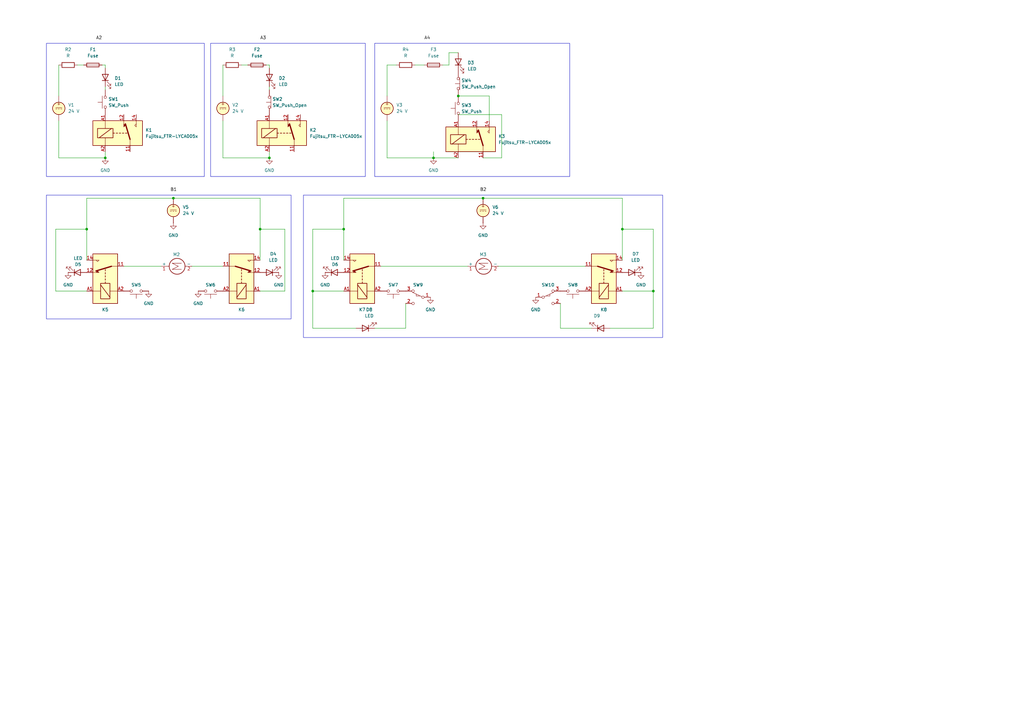
<source format=kicad_sch>
(kicad_sch
	(version 20250114)
	(generator "eeschema")
	(generator_version "9.0")
	(uuid "1839f523-6686-4f13-b2c1-09b01316b0b6")
	(paper "A3")
	(lib_symbols
		(symbol "Device:Fuse"
			(pin_numbers
				(hide yes)
			)
			(pin_names
				(offset 0)
			)
			(exclude_from_sim no)
			(in_bom yes)
			(on_board yes)
			(property "Reference" "F"
				(at 2.032 0 90)
				(effects
					(font
						(size 1.27 1.27)
					)
				)
			)
			(property "Value" "Fuse"
				(at -1.905 0 90)
				(effects
					(font
						(size 1.27 1.27)
					)
				)
			)
			(property "Footprint" ""
				(at -1.778 0 90)
				(effects
					(font
						(size 1.27 1.27)
					)
					(hide yes)
				)
			)
			(property "Datasheet" "~"
				(at 0 0 0)
				(effects
					(font
						(size 1.27 1.27)
					)
					(hide yes)
				)
			)
			(property "Description" "Fuse"
				(at 0 0 0)
				(effects
					(font
						(size 1.27 1.27)
					)
					(hide yes)
				)
			)
			(property "ki_keywords" "fuse"
				(at 0 0 0)
				(effects
					(font
						(size 1.27 1.27)
					)
					(hide yes)
				)
			)
			(property "ki_fp_filters" "*Fuse*"
				(at 0 0 0)
				(effects
					(font
						(size 1.27 1.27)
					)
					(hide yes)
				)
			)
			(symbol "Fuse_0_1"
				(rectangle
					(start -0.762 -2.54)
					(end 0.762 2.54)
					(stroke
						(width 0.254)
						(type default)
					)
					(fill
						(type none)
					)
				)
				(polyline
					(pts
						(xy 0 2.54) (xy 0 -2.54)
					)
					(stroke
						(width 0)
						(type default)
					)
					(fill
						(type none)
					)
				)
			)
			(symbol "Fuse_1_1"
				(pin passive line
					(at 0 3.81 270)
					(length 1.27)
					(name "~"
						(effects
							(font
								(size 1.27 1.27)
							)
						)
					)
					(number "1"
						(effects
							(font
								(size 1.27 1.27)
							)
						)
					)
				)
				(pin passive line
					(at 0 -3.81 90)
					(length 1.27)
					(name "~"
						(effects
							(font
								(size 1.27 1.27)
							)
						)
					)
					(number "2"
						(effects
							(font
								(size 1.27 1.27)
							)
						)
					)
				)
			)
			(embedded_fonts no)
		)
		(symbol "Device:LED"
			(pin_numbers
				(hide yes)
			)
			(pin_names
				(offset 1.016)
				(hide yes)
			)
			(exclude_from_sim no)
			(in_bom yes)
			(on_board yes)
			(property "Reference" "D"
				(at 0 2.54 0)
				(effects
					(font
						(size 1.27 1.27)
					)
				)
			)
			(property "Value" "LED"
				(at 0 -2.54 0)
				(effects
					(font
						(size 1.27 1.27)
					)
				)
			)
			(property "Footprint" ""
				(at 0 0 0)
				(effects
					(font
						(size 1.27 1.27)
					)
					(hide yes)
				)
			)
			(property "Datasheet" "~"
				(at 0 0 0)
				(effects
					(font
						(size 1.27 1.27)
					)
					(hide yes)
				)
			)
			(property "Description" "Light emitting diode"
				(at 0 0 0)
				(effects
					(font
						(size 1.27 1.27)
					)
					(hide yes)
				)
			)
			(property "ki_keywords" "LED diode"
				(at 0 0 0)
				(effects
					(font
						(size 1.27 1.27)
					)
					(hide yes)
				)
			)
			(property "ki_fp_filters" "LED* LED_SMD:* LED_THT:*"
				(at 0 0 0)
				(effects
					(font
						(size 1.27 1.27)
					)
					(hide yes)
				)
			)
			(symbol "LED_0_1"
				(polyline
					(pts
						(xy -3.048 -0.762) (xy -4.572 -2.286) (xy -3.81 -2.286) (xy -4.572 -2.286) (xy -4.572 -1.524)
					)
					(stroke
						(width 0)
						(type default)
					)
					(fill
						(type none)
					)
				)
				(polyline
					(pts
						(xy -1.778 -0.762) (xy -3.302 -2.286) (xy -2.54 -2.286) (xy -3.302 -2.286) (xy -3.302 -1.524)
					)
					(stroke
						(width 0)
						(type default)
					)
					(fill
						(type none)
					)
				)
				(polyline
					(pts
						(xy -1.27 0) (xy 1.27 0)
					)
					(stroke
						(width 0)
						(type default)
					)
					(fill
						(type none)
					)
				)
				(polyline
					(pts
						(xy -1.27 -1.27) (xy -1.27 1.27)
					)
					(stroke
						(width 0.254)
						(type default)
					)
					(fill
						(type none)
					)
				)
				(polyline
					(pts
						(xy 1.27 -1.27) (xy 1.27 1.27) (xy -1.27 0) (xy 1.27 -1.27)
					)
					(stroke
						(width 0.254)
						(type default)
					)
					(fill
						(type none)
					)
				)
			)
			(symbol "LED_1_1"
				(pin passive line
					(at -3.81 0 0)
					(length 2.54)
					(name "K"
						(effects
							(font
								(size 1.27 1.27)
							)
						)
					)
					(number "1"
						(effects
							(font
								(size 1.27 1.27)
							)
						)
					)
				)
				(pin passive line
					(at 3.81 0 180)
					(length 2.54)
					(name "A"
						(effects
							(font
								(size 1.27 1.27)
							)
						)
					)
					(number "2"
						(effects
							(font
								(size 1.27 1.27)
							)
						)
					)
				)
			)
			(embedded_fonts no)
		)
		(symbol "Device:R"
			(pin_numbers
				(hide yes)
			)
			(pin_names
				(offset 0)
			)
			(exclude_from_sim no)
			(in_bom yes)
			(on_board yes)
			(property "Reference" "R"
				(at 2.032 0 90)
				(effects
					(font
						(size 1.27 1.27)
					)
				)
			)
			(property "Value" "R"
				(at 0 0 90)
				(effects
					(font
						(size 1.27 1.27)
					)
				)
			)
			(property "Footprint" ""
				(at -1.778 0 90)
				(effects
					(font
						(size 1.27 1.27)
					)
					(hide yes)
				)
			)
			(property "Datasheet" "~"
				(at 0 0 0)
				(effects
					(font
						(size 1.27 1.27)
					)
					(hide yes)
				)
			)
			(property "Description" "Resistor"
				(at 0 0 0)
				(effects
					(font
						(size 1.27 1.27)
					)
					(hide yes)
				)
			)
			(property "ki_keywords" "R res resistor"
				(at 0 0 0)
				(effects
					(font
						(size 1.27 1.27)
					)
					(hide yes)
				)
			)
			(property "ki_fp_filters" "R_*"
				(at 0 0 0)
				(effects
					(font
						(size 1.27 1.27)
					)
					(hide yes)
				)
			)
			(symbol "R_0_1"
				(rectangle
					(start -1.016 -2.54)
					(end 1.016 2.54)
					(stroke
						(width 0.254)
						(type default)
					)
					(fill
						(type none)
					)
				)
			)
			(symbol "R_1_1"
				(pin passive line
					(at 0 3.81 270)
					(length 1.27)
					(name "~"
						(effects
							(font
								(size 1.27 1.27)
							)
						)
					)
					(number "1"
						(effects
							(font
								(size 1.27 1.27)
							)
						)
					)
				)
				(pin passive line
					(at 0 -3.81 90)
					(length 1.27)
					(name "~"
						(effects
							(font
								(size 1.27 1.27)
							)
						)
					)
					(number "2"
						(effects
							(font
								(size 1.27 1.27)
							)
						)
					)
				)
			)
			(embedded_fonts no)
		)
		(symbol "Motor:Motor_DC"
			(pin_names
				(offset 0)
			)
			(exclude_from_sim no)
			(in_bom yes)
			(on_board yes)
			(property "Reference" "M"
				(at 2.54 2.54 0)
				(effects
					(font
						(size 1.27 1.27)
					)
					(justify left)
				)
			)
			(property "Value" "Motor_DC"
				(at 2.54 -5.08 0)
				(effects
					(font
						(size 1.27 1.27)
					)
					(justify left top)
				)
			)
			(property "Footprint" ""
				(at 0 -2.286 0)
				(effects
					(font
						(size 1.27 1.27)
					)
					(hide yes)
				)
			)
			(property "Datasheet" "~"
				(at 0 -2.286 0)
				(effects
					(font
						(size 1.27 1.27)
					)
					(hide yes)
				)
			)
			(property "Description" "DC Motor"
				(at 0 0 0)
				(effects
					(font
						(size 1.27 1.27)
					)
					(hide yes)
				)
			)
			(property "ki_keywords" "DC Motor"
				(at 0 0 0)
				(effects
					(font
						(size 1.27 1.27)
					)
					(hide yes)
				)
			)
			(property "ki_fp_filters" "PinHeader*P2.54mm* TerminalBlock*"
				(at 0 0 0)
				(effects
					(font
						(size 1.27 1.27)
					)
					(hide yes)
				)
			)
			(symbol "Motor_DC_0_0"
				(polyline
					(pts
						(xy -1.27 -3.302) (xy -1.27 0.508) (xy 0 -2.032) (xy 1.27 0.508) (xy 1.27 -3.302)
					)
					(stroke
						(width 0)
						(type default)
					)
					(fill
						(type none)
					)
				)
			)
			(symbol "Motor_DC_0_1"
				(polyline
					(pts
						(xy 0 2.032) (xy 0 2.54)
					)
					(stroke
						(width 0)
						(type default)
					)
					(fill
						(type none)
					)
				)
				(polyline
					(pts
						(xy 0 1.7272) (xy 0 2.0828)
					)
					(stroke
						(width 0)
						(type default)
					)
					(fill
						(type none)
					)
				)
				(circle
					(center 0 -1.524)
					(radius 3.2512)
					(stroke
						(width 0.254)
						(type default)
					)
					(fill
						(type none)
					)
				)
				(polyline
					(pts
						(xy 0 -4.7752) (xy 0 -5.1816)
					)
					(stroke
						(width 0)
						(type default)
					)
					(fill
						(type none)
					)
				)
				(polyline
					(pts
						(xy 0 -7.62) (xy 0 -7.112)
					)
					(stroke
						(width 0)
						(type default)
					)
					(fill
						(type none)
					)
				)
			)
			(symbol "Motor_DC_1_1"
				(pin passive line
					(at 0 5.08 270)
					(length 2.54)
					(name "+"
						(effects
							(font
								(size 1.27 1.27)
							)
						)
					)
					(number "1"
						(effects
							(font
								(size 1.27 1.27)
							)
						)
					)
				)
				(pin passive line
					(at 0 -7.62 90)
					(length 2.54)
					(name "-"
						(effects
							(font
								(size 1.27 1.27)
							)
						)
					)
					(number "2"
						(effects
							(font
								(size 1.27 1.27)
							)
						)
					)
				)
			)
			(embedded_fonts no)
		)
		(symbol "Relay:Fujitsu_FTR-LYCA005x"
			(exclude_from_sim no)
			(in_bom yes)
			(on_board yes)
			(property "Reference" "K"
				(at 11.43 3.81 0)
				(effects
					(font
						(size 1.27 1.27)
					)
					(justify left)
				)
			)
			(property "Value" "Fujitsu_FTR-LYCA005x"
				(at 11.43 1.27 0)
				(effects
					(font
						(size 1.27 1.27)
					)
					(justify left)
				)
			)
			(property "Footprint" "Relay_THT:Relay_SPDT_Fujitsu_FTR-LYCA005x_FormC_Vertical"
				(at 11.43 -1.27 0)
				(effects
					(font
						(size 1.27 1.27)
					)
					(justify left)
					(hide yes)
				)
			)
			(property "Datasheet" "https://www.fujitsu.com/sg/imagesgig5/ftr-ly.pdf"
				(at 16.51 -3.81 0)
				(effects
					(font
						(size 1.27 1.27)
					)
					(justify left)
					(hide yes)
				)
			)
			(property "Description" "Relay, SPDT Form C, vertical mount, 5-60V coil, 6A, 250VAC, 28 x 5 x 15mm"
				(at 0 0 0)
				(effects
					(font
						(size 1.27 1.27)
					)
					(hide yes)
				)
			)
			(property "ki_keywords" "6A SPDT Relay"
				(at 0 0 0)
				(effects
					(font
						(size 1.27 1.27)
					)
					(hide yes)
				)
			)
			(property "ki_fp_filters" "Relay*Fujitsu*FTR?LYC*"
				(at 0 0 0)
				(effects
					(font
						(size 1.27 1.27)
					)
					(hide yes)
				)
			)
			(symbol "Fujitsu_FTR-LYCA005x_0_0"
				(polyline
					(pts
						(xy 7.62 5.08) (xy 7.62 2.54) (xy 6.985 3.175) (xy 7.62 3.81)
					)
					(stroke
						(width 0)
						(type default)
					)
					(fill
						(type none)
					)
				)
			)
			(symbol "Fujitsu_FTR-LYCA005x_0_1"
				(rectangle
					(start -10.16 5.08)
					(end 10.16 -5.08)
					(stroke
						(width 0.254)
						(type default)
					)
					(fill
						(type background)
					)
				)
				(rectangle
					(start -8.255 1.905)
					(end -1.905 -1.905)
					(stroke
						(width 0.254)
						(type default)
					)
					(fill
						(type none)
					)
				)
				(polyline
					(pts
						(xy -7.62 -1.905) (xy -2.54 1.905)
					)
					(stroke
						(width 0.254)
						(type default)
					)
					(fill
						(type none)
					)
				)
				(polyline
					(pts
						(xy -5.08 5.08) (xy -5.08 1.905)
					)
					(stroke
						(width 0)
						(type default)
					)
					(fill
						(type none)
					)
				)
				(polyline
					(pts
						(xy -5.08 -5.08) (xy -5.08 -1.905)
					)
					(stroke
						(width 0)
						(type default)
					)
					(fill
						(type none)
					)
				)
				(polyline
					(pts
						(xy -1.905 0) (xy -1.27 0)
					)
					(stroke
						(width 0.254)
						(type default)
					)
					(fill
						(type none)
					)
				)
				(polyline
					(pts
						(xy -0.635 0) (xy 0 0)
					)
					(stroke
						(width 0.254)
						(type default)
					)
					(fill
						(type none)
					)
				)
				(polyline
					(pts
						(xy 0.635 0) (xy 1.27 0)
					)
					(stroke
						(width 0.254)
						(type default)
					)
					(fill
						(type none)
					)
				)
				(polyline
					(pts
						(xy 1.905 0) (xy 2.54 0)
					)
					(stroke
						(width 0.254)
						(type default)
					)
					(fill
						(type none)
					)
				)
				(polyline
					(pts
						(xy 2.54 5.08) (xy 2.54 2.54) (xy 3.175 3.175) (xy 2.54 3.81)
					)
					(stroke
						(width 0)
						(type default)
					)
					(fill
						(type outline)
					)
				)
				(polyline
					(pts
						(xy 3.175 0) (xy 3.81 0)
					)
					(stroke
						(width 0.254)
						(type default)
					)
					(fill
						(type none)
					)
				)
				(polyline
					(pts
						(xy 5.08 -2.54) (xy 3.175 3.81)
					)
					(stroke
						(width 0.508)
						(type default)
					)
					(fill
						(type none)
					)
				)
				(polyline
					(pts
						(xy 5.08 -2.54) (xy 5.08 -5.08)
					)
					(stroke
						(width 0)
						(type default)
					)
					(fill
						(type none)
					)
				)
			)
			(symbol "Fujitsu_FTR-LYCA005x_1_1"
				(pin passive line
					(at -5.08 7.62 270)
					(length 2.54)
					(name "~"
						(effects
							(font
								(size 1.27 1.27)
							)
						)
					)
					(number "A1"
						(effects
							(font
								(size 1.27 1.27)
							)
						)
					)
				)
				(pin passive line
					(at -5.08 -7.62 90)
					(length 2.54)
					(name "~"
						(effects
							(font
								(size 1.27 1.27)
							)
						)
					)
					(number "A2"
						(effects
							(font
								(size 1.27 1.27)
							)
						)
					)
				)
				(pin passive line
					(at 2.54 7.62 270)
					(length 2.54)
					(name "~"
						(effects
							(font
								(size 1.27 1.27)
							)
						)
					)
					(number "12"
						(effects
							(font
								(size 1.27 1.27)
							)
						)
					)
				)
				(pin passive line
					(at 5.08 -7.62 90)
					(length 2.54)
					(name "~"
						(effects
							(font
								(size 1.27 1.27)
							)
						)
					)
					(number "11"
						(effects
							(font
								(size 1.27 1.27)
							)
						)
					)
				)
				(pin passive line
					(at 7.62 7.62 270)
					(length 2.54)
					(name "~"
						(effects
							(font
								(size 1.27 1.27)
							)
						)
					)
					(number "14"
						(effects
							(font
								(size 1.27 1.27)
							)
						)
					)
				)
			)
			(embedded_fonts no)
		)
		(symbol "Simulation_SPICE:VDC"
			(pin_numbers
				(hide yes)
			)
			(pin_names
				(offset 0.0254)
			)
			(exclude_from_sim no)
			(in_bom yes)
			(on_board yes)
			(property "Reference" "V"
				(at 2.54 2.54 0)
				(effects
					(font
						(size 1.27 1.27)
					)
					(justify left)
				)
			)
			(property "Value" "1"
				(at 2.54 0 0)
				(effects
					(font
						(size 1.27 1.27)
					)
					(justify left)
				)
			)
			(property "Footprint" ""
				(at 0 0 0)
				(effects
					(font
						(size 1.27 1.27)
					)
					(hide yes)
				)
			)
			(property "Datasheet" "https://ngspice.sourceforge.io/docs/ngspice-html-manual/manual.xhtml#sec_Independent_Sources_for"
				(at 0 0 0)
				(effects
					(font
						(size 1.27 1.27)
					)
					(hide yes)
				)
			)
			(property "Description" "Voltage source, DC"
				(at 0 0 0)
				(effects
					(font
						(size 1.27 1.27)
					)
					(hide yes)
				)
			)
			(property "Sim.Pins" "1=+ 2=-"
				(at 0 0 0)
				(effects
					(font
						(size 1.27 1.27)
					)
					(hide yes)
				)
			)
			(property "Sim.Type" "DC"
				(at 0 0 0)
				(effects
					(font
						(size 1.27 1.27)
					)
					(hide yes)
				)
			)
			(property "Sim.Device" "V"
				(at 0 0 0)
				(effects
					(font
						(size 1.27 1.27)
					)
					(justify left)
					(hide yes)
				)
			)
			(property "ki_keywords" "simulation"
				(at 0 0 0)
				(effects
					(font
						(size 1.27 1.27)
					)
					(hide yes)
				)
			)
			(symbol "VDC_0_0"
				(polyline
					(pts
						(xy -1.27 0.254) (xy 1.27 0.254)
					)
					(stroke
						(width 0)
						(type default)
					)
					(fill
						(type none)
					)
				)
				(polyline
					(pts
						(xy -0.762 -0.254) (xy -1.27 -0.254)
					)
					(stroke
						(width 0)
						(type default)
					)
					(fill
						(type none)
					)
				)
				(polyline
					(pts
						(xy 0.254 -0.254) (xy -0.254 -0.254)
					)
					(stroke
						(width 0)
						(type default)
					)
					(fill
						(type none)
					)
				)
				(polyline
					(pts
						(xy 1.27 -0.254) (xy 0.762 -0.254)
					)
					(stroke
						(width 0)
						(type default)
					)
					(fill
						(type none)
					)
				)
				(text "+"
					(at 0 1.905 0)
					(effects
						(font
							(size 1.27 1.27)
						)
					)
				)
			)
			(symbol "VDC_0_1"
				(circle
					(center 0 0)
					(radius 2.54)
					(stroke
						(width 0.254)
						(type default)
					)
					(fill
						(type background)
					)
				)
			)
			(symbol "VDC_1_1"
				(pin passive line
					(at 0 5.08 270)
					(length 2.54)
					(name "~"
						(effects
							(font
								(size 1.27 1.27)
							)
						)
					)
					(number "1"
						(effects
							(font
								(size 1.27 1.27)
							)
						)
					)
				)
				(pin passive line
					(at 0 -5.08 90)
					(length 2.54)
					(name "~"
						(effects
							(font
								(size 1.27 1.27)
							)
						)
					)
					(number "2"
						(effects
							(font
								(size 1.27 1.27)
							)
						)
					)
				)
			)
			(embedded_fonts no)
		)
		(symbol "Switch:SW_Push"
			(pin_numbers
				(hide yes)
			)
			(pin_names
				(offset 1.016)
				(hide yes)
			)
			(exclude_from_sim no)
			(in_bom yes)
			(on_board yes)
			(property "Reference" "SW"
				(at 1.27 2.54 0)
				(effects
					(font
						(size 1.27 1.27)
					)
					(justify left)
				)
			)
			(property "Value" "SW_Push"
				(at 0 -1.524 0)
				(effects
					(font
						(size 1.27 1.27)
					)
				)
			)
			(property "Footprint" ""
				(at 0 5.08 0)
				(effects
					(font
						(size 1.27 1.27)
					)
					(hide yes)
				)
			)
			(property "Datasheet" "~"
				(at 0 5.08 0)
				(effects
					(font
						(size 1.27 1.27)
					)
					(hide yes)
				)
			)
			(property "Description" "Push button switch, generic, two pins"
				(at 0 0 0)
				(effects
					(font
						(size 1.27 1.27)
					)
					(hide yes)
				)
			)
			(property "ki_keywords" "switch normally-open pushbutton push-button"
				(at 0 0 0)
				(effects
					(font
						(size 1.27 1.27)
					)
					(hide yes)
				)
			)
			(symbol "SW_Push_0_1"
				(circle
					(center -2.032 0)
					(radius 0.508)
					(stroke
						(width 0)
						(type default)
					)
					(fill
						(type none)
					)
				)
				(polyline
					(pts
						(xy 0 1.27) (xy 0 3.048)
					)
					(stroke
						(width 0)
						(type default)
					)
					(fill
						(type none)
					)
				)
				(circle
					(center 2.032 0)
					(radius 0.508)
					(stroke
						(width 0)
						(type default)
					)
					(fill
						(type none)
					)
				)
				(polyline
					(pts
						(xy 2.54 1.27) (xy -2.54 1.27)
					)
					(stroke
						(width 0)
						(type default)
					)
					(fill
						(type none)
					)
				)
				(pin passive line
					(at -5.08 0 0)
					(length 2.54)
					(name "1"
						(effects
							(font
								(size 1.27 1.27)
							)
						)
					)
					(number "1"
						(effects
							(font
								(size 1.27 1.27)
							)
						)
					)
				)
				(pin passive line
					(at 5.08 0 180)
					(length 2.54)
					(name "2"
						(effects
							(font
								(size 1.27 1.27)
							)
						)
					)
					(number "2"
						(effects
							(font
								(size 1.27 1.27)
							)
						)
					)
				)
			)
			(embedded_fonts no)
		)
		(symbol "Switch:SW_Push_Open"
			(pin_numbers
				(hide yes)
			)
			(pin_names
				(offset 1.016)
				(hide yes)
			)
			(exclude_from_sim no)
			(in_bom yes)
			(on_board yes)
			(property "Reference" "SW"
				(at 0 2.54 0)
				(effects
					(font
						(size 1.27 1.27)
					)
				)
			)
			(property "Value" "SW_Push_Open"
				(at 0 -1.905 0)
				(effects
					(font
						(size 1.27 1.27)
					)
				)
			)
			(property "Footprint" ""
				(at 0 5.08 0)
				(effects
					(font
						(size 1.27 1.27)
					)
					(hide yes)
				)
			)
			(property "Datasheet" "~"
				(at 0 5.08 0)
				(effects
					(font
						(size 1.27 1.27)
					)
					(hide yes)
				)
			)
			(property "Description" "Push button switch, push-to-open, generic, two pins"
				(at 0 0 0)
				(effects
					(font
						(size 1.27 1.27)
					)
					(hide yes)
				)
			)
			(property "ki_keywords" "switch normally-closed pushbutton push-button"
				(at 0 0 0)
				(effects
					(font
						(size 1.27 1.27)
					)
					(hide yes)
				)
			)
			(symbol "SW_Push_Open_0_1"
				(polyline
					(pts
						(xy -2.54 -0.635) (xy 2.54 -0.635)
					)
					(stroke
						(width 0)
						(type default)
					)
					(fill
						(type none)
					)
				)
				(circle
					(center -2.032 0)
					(radius 0.508)
					(stroke
						(width 0)
						(type default)
					)
					(fill
						(type none)
					)
				)
				(polyline
					(pts
						(xy 0 -0.635) (xy 0 1.27)
					)
					(stroke
						(width 0)
						(type default)
					)
					(fill
						(type none)
					)
				)
				(circle
					(center 2.032 0)
					(radius 0.508)
					(stroke
						(width 0)
						(type default)
					)
					(fill
						(type none)
					)
				)
				(pin passive line
					(at -5.08 0 0)
					(length 2.54)
					(name "A"
						(effects
							(font
								(size 1.27 1.27)
							)
						)
					)
					(number "1"
						(effects
							(font
								(size 1.27 1.27)
							)
						)
					)
				)
			)
			(symbol "SW_Push_Open_1_1"
				(pin passive line
					(at 5.08 0 180)
					(length 2.54)
					(name "B"
						(effects
							(font
								(size 1.27 1.27)
							)
						)
					)
					(number "2"
						(effects
							(font
								(size 1.27 1.27)
							)
						)
					)
				)
			)
			(embedded_fonts no)
		)
		(symbol "Switch:SW_SPDT_XKB_DMx-xxxx-1"
			(pin_names
				(offset 0)
				(hide yes)
			)
			(exclude_from_sim no)
			(in_bom yes)
			(on_board yes)
			(property "Reference" "SW"
				(at 0 4.318 0)
				(effects
					(font
						(size 1.27 1.27)
					)
				)
			)
			(property "Value" "SW_SPDT_XKB_DMx-xxxx-1"
				(at 0 -5.588 0)
				(effects
					(font
						(size 1.27 1.27)
					)
				)
			)
			(property "Footprint" ""
				(at 0 0 0)
				(effects
					(font
						(size 1.27 1.27)
					)
					(hide yes)
				)
			)
			(property "Datasheet" "~"
				(at 0 0 0)
				(effects
					(font
						(size 1.27 1.27)
					)
					(hide yes)
				)
			)
			(property "Description" "Position switch"
				(at 0 0 0)
				(effects
					(font
						(size 1.27 1.27)
					)
					(hide yes)
				)
			)
			(property "ki_keywords" "limit switch single pole double throw spdt microswitch"
				(at 0 0 0)
				(effects
					(font
						(size 1.27 1.27)
					)
					(hide yes)
				)
			)
			(property "ki_fp_filters" "SW?XKB?DM??16U??1*"
				(at 0 0 0)
				(effects
					(font
						(size 1.27 1.27)
					)
					(hide yes)
				)
			)
			(symbol "SW_SPDT_XKB_DMx-xxxx-1_1_1"
				(circle
					(center -2.032 0)
					(radius 0.508)
					(stroke
						(width 0)
						(type default)
					)
					(fill
						(type none)
					)
				)
				(polyline
					(pts
						(xy -1.524 0.254) (xy 2.286 2.032)
					)
					(stroke
						(width 0)
						(type default)
					)
					(fill
						(type none)
					)
				)
				(polyline
					(pts
						(xy -0.762 0.508) (xy 0.762 0.508) (xy 0.762 1.27)
					)
					(stroke
						(width 0)
						(type default)
					)
					(fill
						(type none)
					)
				)
				(circle
					(center 2.032 2.54)
					(radius 0.508)
					(stroke
						(width 0)
						(type default)
					)
					(fill
						(type none)
					)
				)
				(circle
					(center 2.032 -2.54)
					(radius 0.508)
					(stroke
						(width 0)
						(type default)
					)
					(fill
						(type none)
					)
				)
				(pin passive line
					(at -5.08 0 0)
					(length 2.54)
					(name "A"
						(effects
							(font
								(size 1.27 1.27)
							)
						)
					)
					(number "1"
						(effects
							(font
								(size 1.27 1.27)
							)
						)
					)
				)
				(pin passive line
					(at 5.08 2.54 180)
					(length 2.54)
					(name "C"
						(effects
							(font
								(size 1.27 1.27)
							)
						)
					)
					(number "3"
						(effects
							(font
								(size 1.27 1.27)
							)
						)
					)
				)
				(pin passive line
					(at 5.08 -2.54 180)
					(length 2.54)
					(name "B"
						(effects
							(font
								(size 1.27 1.27)
							)
						)
					)
					(number "2"
						(effects
							(font
								(size 1.27 1.27)
							)
						)
					)
				)
			)
			(embedded_fonts no)
		)
		(symbol "power:GND"
			(power)
			(pin_numbers
				(hide yes)
			)
			(pin_names
				(offset 0)
				(hide yes)
			)
			(exclude_from_sim no)
			(in_bom yes)
			(on_board yes)
			(property "Reference" "#PWR"
				(at 0 -6.35 0)
				(effects
					(font
						(size 1.27 1.27)
					)
					(hide yes)
				)
			)
			(property "Value" "GND"
				(at 0 -3.81 0)
				(effects
					(font
						(size 1.27 1.27)
					)
				)
			)
			(property "Footprint" ""
				(at 0 0 0)
				(effects
					(font
						(size 1.27 1.27)
					)
					(hide yes)
				)
			)
			(property "Datasheet" ""
				(at 0 0 0)
				(effects
					(font
						(size 1.27 1.27)
					)
					(hide yes)
				)
			)
			(property "Description" "Power symbol creates a global label with name \"GND\" , ground"
				(at 0 0 0)
				(effects
					(font
						(size 1.27 1.27)
					)
					(hide yes)
				)
			)
			(property "ki_keywords" "global power"
				(at 0 0 0)
				(effects
					(font
						(size 1.27 1.27)
					)
					(hide yes)
				)
			)
			(symbol "GND_0_1"
				(polyline
					(pts
						(xy 0 0) (xy 0 -1.27) (xy 1.27 -1.27) (xy 0 -2.54) (xy -1.27 -1.27) (xy 0 -1.27)
					)
					(stroke
						(width 0)
						(type default)
					)
					(fill
						(type none)
					)
				)
			)
			(symbol "GND_1_1"
				(pin power_in line
					(at 0 0 270)
					(length 0)
					(name "~"
						(effects
							(font
								(size 1.27 1.27)
							)
						)
					)
					(number "1"
						(effects
							(font
								(size 1.27 1.27)
							)
						)
					)
				)
			)
			(embedded_fonts no)
		)
	)
	(rectangle
		(start 153.67 17.78)
		(end 233.68 72.39)
		(stroke
			(width 0)
			(type default)
		)
		(fill
			(type none)
		)
		(uuid 0ec80c81-51f1-48d9-ac61-79bd5bd048be)
	)
	(rectangle
		(start 124.46 80.01)
		(end 271.78 138.43)
		(stroke
			(width 0)
			(type default)
		)
		(fill
			(type none)
		)
		(uuid 19249b89-b8b1-4824-b563-b026058b2068)
	)
	(rectangle
		(start 86.36 17.78)
		(end 149.86 72.39)
		(stroke
			(width 0)
			(type default)
		)
		(fill
			(type none)
		)
		(uuid 39153ec7-3a45-47ff-a368-241484a93f40)
	)
	(rectangle
		(start 19.05 17.78)
		(end 83.82 72.39)
		(stroke
			(width 0)
			(type default)
		)
		(fill
			(type none)
		)
		(uuid 955ded99-97ba-41dd-a080-28325de4e1ca)
	)
	(rectangle
		(start 19.05 80.01)
		(end 119.38 130.81)
		(stroke
			(width 0)
			(type default)
		)
		(fill
			(type none)
		)
		(uuid eefe40d7-de04-4f0e-8ffc-e40629a260ad)
	)
	(junction
		(at 128.27 119.38)
		(diameter 0)
		(color 0 0 0 0)
		(uuid "00f3846b-64c8-4687-ae38-a55569f30a77")
	)
	(junction
		(at 35.56 93.98)
		(diameter 0)
		(color 0 0 0 0)
		(uuid "1d82e7b9-3000-42e0-ad35-3cef0a8085cf")
	)
	(junction
		(at 255.27 93.98)
		(diameter 0)
		(color 0 0 0 0)
		(uuid "310a1208-810e-4b77-a117-04c97bce1b6a")
	)
	(junction
		(at 198.12 81.28)
		(diameter 0)
		(color 0 0 0 0)
		(uuid "3371a9f6-a234-4d7e-a2e7-d9ad68139834")
	)
	(junction
		(at 110.49 64.77)
		(diameter 0)
		(color 0 0 0 0)
		(uuid "33b0a32a-7436-4c05-bf33-9eeb35fce8dd")
	)
	(junction
		(at 71.12 81.28)
		(diameter 0)
		(color 0 0 0 0)
		(uuid "3f4bfaec-b971-4c05-bfc7-e60852c6ba81")
	)
	(junction
		(at 267.97 119.38)
		(diameter 0)
		(color 0 0 0 0)
		(uuid "45f27830-c387-4ab0-b001-9f88be6ea795")
	)
	(junction
		(at 140.97 93.98)
		(diameter 0)
		(color 0 0 0 0)
		(uuid "c69efaa2-660b-4ea5-a7c5-ff3c3437216d")
	)
	(junction
		(at 177.8 64.77)
		(diameter 0)
		(color 0 0 0 0)
		(uuid "cb99f18e-3f5c-4b0c-8afb-f3cbc941fb24")
	)
	(junction
		(at 43.18 64.77)
		(diameter 0)
		(color 0 0 0 0)
		(uuid "d2e6c3d8-c8db-4537-8af0-5cabeac5a804")
	)
	(junction
		(at 106.68 93.98)
		(diameter 0)
		(color 0 0 0 0)
		(uuid "ee2277b7-f850-4fb5-aff8-fee36cca66e1")
	)
	(junction
		(at 187.96 39.37)
		(diameter 0)
		(color 0 0 0 0)
		(uuid "ef757cc9-d0fa-48f1-ac67-aa288f2f0062")
	)
	(wire
		(pts
			(xy 205.74 64.77) (xy 198.12 64.77)
		)
		(stroke
			(width 0)
			(type default)
		)
		(uuid "04f0a8c8-251b-4f94-83d9-dd355f400082")
	)
	(wire
		(pts
			(xy 140.97 81.28) (xy 198.12 81.28)
		)
		(stroke
			(width 0)
			(type default)
		)
		(uuid "099e8b44-93bf-408f-988c-418f0d036991")
	)
	(wire
		(pts
			(xy 22.86 93.98) (xy 22.86 119.38)
		)
		(stroke
			(width 0)
			(type default)
		)
		(uuid "09bb43f9-48ea-4ae5-9f41-de5a74052f65")
	)
	(wire
		(pts
			(xy 200.66 39.37) (xy 187.96 39.37)
		)
		(stroke
			(width 0)
			(type default)
		)
		(uuid "0cbfa870-7b8e-4d2e-8333-b3109a2eccdb")
	)
	(wire
		(pts
			(xy 128.27 119.38) (xy 140.97 119.38)
		)
		(stroke
			(width 0)
			(type default)
		)
		(uuid "18b330ca-bcd8-4d05-b0d8-94e32150a593")
	)
	(wire
		(pts
			(xy 41.91 26.67) (xy 43.18 26.67)
		)
		(stroke
			(width 0)
			(type default)
		)
		(uuid "1946edc6-1b12-4ca9-90a1-7df41165284a")
	)
	(wire
		(pts
			(xy 43.18 26.67) (xy 43.18 27.94)
		)
		(stroke
			(width 0)
			(type default)
		)
		(uuid "1ddb8a21-0205-4aff-bcad-b72586d2dcd7")
	)
	(wire
		(pts
			(xy 177.8 62.23) (xy 177.8 64.77)
		)
		(stroke
			(width 0)
			(type default)
		)
		(uuid "1f9e437a-42a8-4960-bb96-d8f1cf6296c0")
	)
	(wire
		(pts
			(xy 267.97 119.38) (xy 255.27 119.38)
		)
		(stroke
			(width 0)
			(type default)
		)
		(uuid "20ab4a68-cbb6-450d-a7a9-6e25d018eaf5")
	)
	(wire
		(pts
			(xy 177.8 64.77) (xy 187.96 64.77)
		)
		(stroke
			(width 0)
			(type default)
		)
		(uuid "20f04dbf-70f6-40c2-a896-ab7cb978336a")
	)
	(wire
		(pts
			(xy 267.97 134.62) (xy 250.19 134.62)
		)
		(stroke
			(width 0)
			(type default)
		)
		(uuid "217dbdd9-190d-464b-bd70-0e02199e538c")
	)
	(wire
		(pts
			(xy 35.56 93.98) (xy 35.56 106.68)
		)
		(stroke
			(width 0)
			(type default)
		)
		(uuid "23c4fcf3-5d0f-4908-abe0-551bf935ef4c")
	)
	(wire
		(pts
			(xy 198.12 81.28) (xy 255.27 81.28)
		)
		(stroke
			(width 0)
			(type default)
		)
		(uuid "24ba9b9e-572d-4340-b89f-e87241a442cc")
	)
	(wire
		(pts
			(xy 158.75 26.67) (xy 158.75 39.37)
		)
		(stroke
			(width 0)
			(type default)
		)
		(uuid "280dbd10-05f8-4064-891f-4f63e7fa7640")
	)
	(wire
		(pts
			(xy 35.56 93.98) (xy 22.86 93.98)
		)
		(stroke
			(width 0)
			(type default)
		)
		(uuid "2c7b7731-fec0-4133-8f79-9d5681410b06")
	)
	(wire
		(pts
			(xy 140.97 81.28) (xy 140.97 93.98)
		)
		(stroke
			(width 0)
			(type default)
		)
		(uuid "35b08bb1-ad3b-4c1e-a9fe-b7609a60fc60")
	)
	(wire
		(pts
			(xy 255.27 93.98) (xy 255.27 106.68)
		)
		(stroke
			(width 0)
			(type default)
		)
		(uuid "367b7776-2136-4f13-ad46-3bb5cc2186e1")
	)
	(wire
		(pts
			(xy 110.49 62.23) (xy 110.49 64.77)
		)
		(stroke
			(width 0)
			(type default)
		)
		(uuid "3858f3be-cf23-4f92-b70d-909bef934c07")
	)
	(wire
		(pts
			(xy 267.97 93.98) (xy 267.97 119.38)
		)
		(stroke
			(width 0)
			(type default)
		)
		(uuid "3bd62b65-afde-407e-99fd-ae4684f33db4")
	)
	(wire
		(pts
			(xy 240.03 109.22) (xy 204.47 109.22)
		)
		(stroke
			(width 0)
			(type default)
		)
		(uuid "3d6db909-5bf0-469e-9d75-7d6f56154c38")
	)
	(wire
		(pts
			(xy 109.22 26.67) (xy 110.49 26.67)
		)
		(stroke
			(width 0)
			(type default)
		)
		(uuid "3dbbce34-8d4b-42a4-9556-769e4128d00e")
	)
	(wire
		(pts
			(xy 170.18 26.67) (xy 173.99 26.67)
		)
		(stroke
			(width 0)
			(type default)
		)
		(uuid "43709f79-d1ec-4bbf-8959-7ecd829342a0")
	)
	(wire
		(pts
			(xy 153.67 134.62) (xy 166.37 134.62)
		)
		(stroke
			(width 0)
			(type default)
		)
		(uuid "44f23fd1-204c-47c1-9f94-e99331fde520")
	)
	(wire
		(pts
			(xy 99.06 26.67) (xy 101.6 26.67)
		)
		(stroke
			(width 0)
			(type default)
		)
		(uuid "46db0534-a307-446f-8035-8f786d4a7f4a")
	)
	(wire
		(pts
			(xy 78.74 109.22) (xy 91.44 109.22)
		)
		(stroke
			(width 0)
			(type default)
		)
		(uuid "475811a4-2114-4ed7-be29-c8ee2cdd3214")
	)
	(wire
		(pts
			(xy 116.84 93.98) (xy 116.84 119.38)
		)
		(stroke
			(width 0)
			(type default)
		)
		(uuid "49974246-b121-483a-818d-73b09e224745")
	)
	(wire
		(pts
			(xy 181.61 26.67) (xy 184.15 26.67)
		)
		(stroke
			(width 0)
			(type default)
		)
		(uuid "4a1406ba-057e-4e83-92b6-b1e824f2e1ae")
	)
	(wire
		(pts
			(xy 110.49 26.67) (xy 110.49 27.94)
		)
		(stroke
			(width 0)
			(type default)
		)
		(uuid "5981ad8f-6b9a-41d1-b1f3-3f4109d644f6")
	)
	(wire
		(pts
			(xy 140.97 93.98) (xy 140.97 106.68)
		)
		(stroke
			(width 0)
			(type default)
		)
		(uuid "5ac7e437-502a-46d8-89f6-f1a8ecb1087d")
	)
	(wire
		(pts
			(xy 255.27 81.28) (xy 255.27 93.98)
		)
		(stroke
			(width 0)
			(type default)
		)
		(uuid "617c817b-27d9-4de9-a30f-456bfaa50734")
	)
	(wire
		(pts
			(xy 35.56 81.28) (xy 35.56 93.98)
		)
		(stroke
			(width 0)
			(type default)
		)
		(uuid "6181a0c8-7d5c-48f7-8ca5-d656782c078c")
	)
	(wire
		(pts
			(xy 71.12 81.28) (xy 35.56 81.28)
		)
		(stroke
			(width 0)
			(type default)
		)
		(uuid "68036bcf-8e83-47f4-89dd-a60de4044bb0")
	)
	(wire
		(pts
			(xy 156.21 109.22) (xy 191.77 109.22)
		)
		(stroke
			(width 0)
			(type default)
		)
		(uuid "692f59e2-6313-4e7a-8323-c3301925b6f4")
	)
	(wire
		(pts
			(xy 200.66 49.53) (xy 200.66 39.37)
		)
		(stroke
			(width 0)
			(type default)
		)
		(uuid "6a0ea395-88d5-4ca3-91cb-40a22d4473b4")
	)
	(wire
		(pts
			(xy 205.74 46.99) (xy 205.74 64.77)
		)
		(stroke
			(width 0)
			(type default)
		)
		(uuid "6d645a44-a4ee-46d3-9e7c-94f71a7a6690")
	)
	(wire
		(pts
			(xy 184.15 21.59) (xy 187.96 21.59)
		)
		(stroke
			(width 0)
			(type default)
		)
		(uuid "79356c21-c3f1-4328-bc70-8046889ffe47")
	)
	(wire
		(pts
			(xy 43.18 36.83) (xy 43.18 35.56)
		)
		(stroke
			(width 0)
			(type default)
		)
		(uuid "7d1b44a9-575c-432e-b7cd-96a54a54fc1d")
	)
	(wire
		(pts
			(xy 24.13 26.67) (xy 24.13 39.37)
		)
		(stroke
			(width 0)
			(type default)
		)
		(uuid "81d57788-8490-44aa-b91e-dadede617f72")
	)
	(wire
		(pts
			(xy 242.57 134.62) (xy 229.87 134.62)
		)
		(stroke
			(width 0)
			(type default)
		)
		(uuid "842e27f5-7627-4385-b139-1fff86bccece")
	)
	(wire
		(pts
			(xy 91.44 26.67) (xy 91.44 39.37)
		)
		(stroke
			(width 0)
			(type default)
		)
		(uuid "8462a853-cd40-42e1-a40c-9aa67b5485ff")
	)
	(wire
		(pts
			(xy 187.96 46.99) (xy 205.74 46.99)
		)
		(stroke
			(width 0)
			(type default)
		)
		(uuid "89b22ddd-03d3-4382-ae5d-f62528a7168c")
	)
	(wire
		(pts
			(xy 24.13 64.77) (xy 43.18 64.77)
		)
		(stroke
			(width 0)
			(type default)
		)
		(uuid "8b9a2060-cee2-4d9d-a4c7-04abf5044bb5")
	)
	(wire
		(pts
			(xy 267.97 119.38) (xy 267.97 134.62)
		)
		(stroke
			(width 0)
			(type default)
		)
		(uuid "8d3fb165-818b-45d5-9564-194dbba8187a")
	)
	(wire
		(pts
			(xy 106.68 93.98) (xy 116.84 93.98)
		)
		(stroke
			(width 0)
			(type default)
		)
		(uuid "90ad3e6f-e63a-4d82-b3b4-040ebf2c0b66")
	)
	(wire
		(pts
			(xy 50.8 109.22) (xy 66.04 109.22)
		)
		(stroke
			(width 0)
			(type default)
		)
		(uuid "99987d6e-6316-4317-96a9-d4519011cf34")
	)
	(wire
		(pts
			(xy 158.75 26.67) (xy 162.56 26.67)
		)
		(stroke
			(width 0)
			(type default)
		)
		(uuid "9ec3767e-2301-4137-af22-3b8ddd4f7fac")
	)
	(wire
		(pts
			(xy 140.97 93.98) (xy 128.27 93.98)
		)
		(stroke
			(width 0)
			(type default)
		)
		(uuid "a1363758-1ce4-4602-861f-6d3529a1b1f6")
	)
	(wire
		(pts
			(xy 116.84 119.38) (xy 106.68 119.38)
		)
		(stroke
			(width 0)
			(type default)
		)
		(uuid "a1874e22-7fae-497c-b85e-08de7523fad1")
	)
	(wire
		(pts
			(xy 106.68 93.98) (xy 106.68 106.68)
		)
		(stroke
			(width 0)
			(type default)
		)
		(uuid "a1c8fea1-77d4-4372-9606-5736c8d9f1b8")
	)
	(wire
		(pts
			(xy 91.44 64.77) (xy 110.49 64.77)
		)
		(stroke
			(width 0)
			(type default)
		)
		(uuid "b48692a0-8ec3-48ac-894a-1c757f8af6f6")
	)
	(wire
		(pts
			(xy 128.27 134.62) (xy 146.05 134.62)
		)
		(stroke
			(width 0)
			(type default)
		)
		(uuid "b83acb12-991f-4e11-89de-664c8d50761c")
	)
	(wire
		(pts
			(xy 184.15 26.67) (xy 184.15 21.59)
		)
		(stroke
			(width 0)
			(type default)
		)
		(uuid "b8fbea30-1e47-45f3-9cab-ee2fa99f7a1a")
	)
	(wire
		(pts
			(xy 106.68 81.28) (xy 106.68 93.98)
		)
		(stroke
			(width 0)
			(type default)
		)
		(uuid "c1cedfc8-535f-4ebb-ba58-49102b5ff28b")
	)
	(wire
		(pts
			(xy 91.44 64.77) (xy 91.44 49.53)
		)
		(stroke
			(width 0)
			(type default)
		)
		(uuid "c52905ab-74e7-4ff5-b76f-deb89371b7b1")
	)
	(wire
		(pts
			(xy 22.86 119.38) (xy 35.56 119.38)
		)
		(stroke
			(width 0)
			(type default)
		)
		(uuid "c8c0a146-16da-44a6-b614-4d667d1397ed")
	)
	(wire
		(pts
			(xy 229.87 134.62) (xy 229.87 124.46)
		)
		(stroke
			(width 0)
			(type default)
		)
		(uuid "ca179ab3-99d0-4f82-9422-4c1df57892e1")
	)
	(wire
		(pts
			(xy 166.37 134.62) (xy 166.37 124.46)
		)
		(stroke
			(width 0)
			(type default)
		)
		(uuid "ca5ccbbc-f81b-47a7-aa6d-c6379472e7a0")
	)
	(wire
		(pts
			(xy 128.27 93.98) (xy 128.27 119.38)
		)
		(stroke
			(width 0)
			(type default)
		)
		(uuid "cba913b0-bb8b-4bde-8183-5ad2dcfae165")
	)
	(wire
		(pts
			(xy 158.75 64.77) (xy 177.8 64.77)
		)
		(stroke
			(width 0)
			(type default)
		)
		(uuid "ccbee51d-d984-4bb2-ada6-4d0bafc4dc35")
	)
	(wire
		(pts
			(xy 158.75 64.77) (xy 158.75 49.53)
		)
		(stroke
			(width 0)
			(type default)
		)
		(uuid "ddac5537-0c31-4991-927d-89bf4685731e")
	)
	(wire
		(pts
			(xy 110.49 36.83) (xy 110.49 35.56)
		)
		(stroke
			(width 0)
			(type default)
		)
		(uuid "e1ce5f4d-eba6-4d07-b3f9-a5d23aa33457")
	)
	(wire
		(pts
			(xy 128.27 119.38) (xy 128.27 134.62)
		)
		(stroke
			(width 0)
			(type default)
		)
		(uuid "eb5d5f09-23ec-48eb-86e2-78de4357c20e")
	)
	(wire
		(pts
			(xy 31.75 26.67) (xy 34.29 26.67)
		)
		(stroke
			(width 0)
			(type default)
		)
		(uuid "ed9a3994-4207-481e-b656-bf08842a6933")
	)
	(wire
		(pts
			(xy 255.27 93.98) (xy 267.97 93.98)
		)
		(stroke
			(width 0)
			(type default)
		)
		(uuid "ee22167c-b820-40f3-88da-0d764f1d3757")
	)
	(wire
		(pts
			(xy 24.13 64.77) (xy 24.13 49.53)
		)
		(stroke
			(width 0)
			(type default)
		)
		(uuid "f828cc94-8798-4fc6-8e8e-a778e2177eca")
	)
	(wire
		(pts
			(xy 71.12 81.28) (xy 106.68 81.28)
		)
		(stroke
			(width 0)
			(type default)
		)
		(uuid "fbd1d8f0-5036-42ae-82a3-caaefbd938c9")
	)
	(wire
		(pts
			(xy 43.18 62.23) (xy 43.18 64.77)
		)
		(stroke
			(width 0)
			(type default)
		)
		(uuid "ff60d8f9-5f37-4309-beb3-e3ecc50fbc63")
	)
	(label "B2"
		(at 196.85 78.74 0)
		(effects
			(font
				(size 1.27 1.27)
			)
			(justify left bottom)
		)
		(uuid "35e0e21c-4468-45c2-978d-0a59e463b3b0")
	)
	(label "B1"
		(at 69.85 78.74 0)
		(effects
			(font
				(size 1.27 1.27)
			)
			(justify left bottom)
		)
		(uuid "44c98630-15b0-427b-8fca-1136cff92c96")
	)
	(label "A2"
		(at 39.37 16.51 0)
		(effects
			(font
				(size 1.27 1.27)
			)
			(justify left bottom)
		)
		(uuid "b2b4c146-6e8d-4c27-abf6-80669e2a18fa")
	)
	(label "A3"
		(at 106.68 16.51 0)
		(effects
			(font
				(size 1.27 1.27)
			)
			(justify left bottom)
		)
		(uuid "b7ac512f-da1e-4604-8a11-bce72aeb8716")
	)
	(label "A4"
		(at 173.99 16.51 0)
		(effects
			(font
				(size 1.27 1.27)
			)
			(justify left bottom)
		)
		(uuid "fbceb1be-ba19-48a8-a8bb-56e7711627ad")
	)
	(symbol
		(lib_id "Relay:Fujitsu_FTR-LYCA005x")
		(at 43.18 114.3 90)
		(unit 1)
		(exclude_from_sim no)
		(in_bom yes)
		(on_board yes)
		(dnp no)
		(uuid "0244d969-1174-4289-b9ef-29505713e432")
		(property "Reference" "K5"
			(at 43.18 127 90)
			(effects
				(font
					(size 1.27 1.27)
				)
			)
		)
		(property "Value" "Fujitsu_FTR-LYCA005x"
			(at 44.4499 102.87 0)
			(effects
				(font
					(size 1.27 1.27)
				)
				(justify left)
				(hide yes)
			)
		)
		(property "Footprint" "Relay_THT:Relay_SPDT_Fujitsu_FTR-LYCA005x_FormC_Vertical"
			(at 44.45 102.87 0)
			(effects
				(font
					(size 1.27 1.27)
				)
				(justify left)
				(hide yes)
			)
		)
		(property "Datasheet" "https://www.fujitsu.com/sg/imagesgig5/ftr-ly.pdf"
			(at 46.99 97.79 0)
			(effects
				(font
					(size 1.27 1.27)
				)
				(justify left)
				(hide yes)
			)
		)
		(property "Description" "Relay, SPDT Form C, vertical mount, 5-60V coil, 6A, 250VAC, 28 x 5 x 15mm"
			(at 43.18 114.3 0)
			(effects
				(font
					(size 1.27 1.27)
				)
				(hide yes)
			)
		)
		(pin "14"
			(uuid "d7c1ee04-cb85-4398-ac0e-5c862c8356f5")
		)
		(pin "A1"
			(uuid "998e0069-cdd3-4cca-b690-70b0a76070c2")
		)
		(pin "A2"
			(uuid "8d4f9530-60f0-4ae1-bddd-68f26adb3b2d")
		)
		(pin "12"
			(uuid "0c68b52e-7e2c-4270-9e0d-70d3b0d19a7c")
		)
		(pin "11"
			(uuid "33e02fbc-dcc4-497c-a2a3-029772c7e4ff")
		)
		(instances
			(project "Lab 1"
				(path "/1839f523-6686-4f13-b2c1-09b01316b0b6"
					(reference "K5")
					(unit 1)
				)
			)
		)
	)
	(symbol
		(lib_id "Relay:Fujitsu_FTR-LYCA005x")
		(at 193.04 57.15 0)
		(unit 1)
		(exclude_from_sim no)
		(in_bom yes)
		(on_board yes)
		(dnp no)
		(fields_autoplaced yes)
		(uuid "03f739e8-305b-4d81-b58b-3baf4738ff44")
		(property "Reference" "K3"
			(at 204.47 55.8799 0)
			(effects
				(font
					(size 1.27 1.27)
				)
				(justify left)
			)
		)
		(property "Value" "Fujitsu_FTR-LYCA005x"
			(at 204.47 58.4199 0)
			(effects
				(font
					(size 1.27 1.27)
				)
				(justify left)
			)
		)
		(property "Footprint" "Relay_THT:Relay_SPDT_Fujitsu_FTR-LYCA005x_FormC_Vertical"
			(at 204.47 58.42 0)
			(effects
				(font
					(size 1.27 1.27)
				)
				(justify left)
				(hide yes)
			)
		)
		(property "Datasheet" "https://www.fujitsu.com/sg/imagesgig5/ftr-ly.pdf"
			(at 209.55 60.96 0)
			(effects
				(font
					(size 1.27 1.27)
				)
				(justify left)
				(hide yes)
			)
		)
		(property "Description" "Relay, SPDT Form C, vertical mount, 5-60V coil, 6A, 250VAC, 28 x 5 x 15mm"
			(at 193.04 57.15 0)
			(effects
				(font
					(size 1.27 1.27)
				)
				(hide yes)
			)
		)
		(pin "14"
			(uuid "8f539fb9-f67c-4560-ac51-9973bde9f88d")
		)
		(pin "A1"
			(uuid "1afa53a5-5ce5-45dd-9014-890742a4da03")
		)
		(pin "A2"
			(uuid "02a3c90f-4bfd-458a-9e01-e5a99da8d248")
		)
		(pin "12"
			(uuid "bfc74d06-d237-49e5-a3f7-a42fc3cd22d4")
		)
		(pin "11"
			(uuid "cfaf279d-b459-48aa-af2c-e9037a419dc4")
		)
		(instances
			(project "Lab 1"
				(path "/1839f523-6686-4f13-b2c1-09b01316b0b6"
					(reference "K3")
					(unit 1)
				)
			)
		)
	)
	(symbol
		(lib_id "Device:R")
		(at 166.37 26.67 90)
		(unit 1)
		(exclude_from_sim no)
		(in_bom yes)
		(on_board yes)
		(dnp no)
		(fields_autoplaced yes)
		(uuid "0747f639-d4d4-4782-8ff0-f4e5b60cfc99")
		(property "Reference" "R4"
			(at 166.37 20.32 90)
			(effects
				(font
					(size 1.27 1.27)
				)
			)
		)
		(property "Value" "R"
			(at 166.37 22.86 90)
			(effects
				(font
					(size 1.27 1.27)
				)
			)
		)
		(property "Footprint" ""
			(at 166.37 28.448 90)
			(effects
				(font
					(size 1.27 1.27)
				)
				(hide yes)
			)
		)
		(property "Datasheet" "~"
			(at 166.37 26.67 0)
			(effects
				(font
					(size 1.27 1.27)
				)
				(hide yes)
			)
		)
		(property "Description" "Resistor"
			(at 166.37 26.67 0)
			(effects
				(font
					(size 1.27 1.27)
				)
				(hide yes)
			)
		)
		(pin "1"
			(uuid "72f76c99-d434-4c31-8898-e3e01c2682b9")
		)
		(pin "2"
			(uuid "1ecb42ec-e357-4c5b-bb92-a8eabe033af8")
		)
		(instances
			(project "Lab 1"
				(path "/1839f523-6686-4f13-b2c1-09b01316b0b6"
					(reference "R4")
					(unit 1)
				)
			)
		)
	)
	(symbol
		(lib_id "power:GND")
		(at 219.71 121.92 0)
		(unit 1)
		(exclude_from_sim no)
		(in_bom yes)
		(on_board yes)
		(dnp no)
		(fields_autoplaced yes)
		(uuid "17a1e138-aae0-4e54-b54a-2a0ba5878ae1")
		(property "Reference" "#PWR016"
			(at 219.71 128.27 0)
			(effects
				(font
					(size 1.27 1.27)
				)
				(hide yes)
			)
		)
		(property "Value" "GND"
			(at 219.71 127 0)
			(effects
				(font
					(size 1.27 1.27)
				)
			)
		)
		(property "Footprint" ""
			(at 219.71 121.92 0)
			(effects
				(font
					(size 1.27 1.27)
				)
				(hide yes)
			)
		)
		(property "Datasheet" ""
			(at 219.71 121.92 0)
			(effects
				(font
					(size 1.27 1.27)
				)
				(hide yes)
			)
		)
		(property "Description" "Power symbol creates a global label with name \"GND\" , ground"
			(at 219.71 121.92 0)
			(effects
				(font
					(size 1.27 1.27)
				)
				(hide yes)
			)
		)
		(pin "1"
			(uuid "1117fda8-62f5-4cc8-9a43-1e3948126349")
		)
		(instances
			(project "Lab 1"
				(path "/1839f523-6686-4f13-b2c1-09b01316b0b6"
					(reference "#PWR016")
					(unit 1)
				)
			)
		)
	)
	(symbol
		(lib_id "power:GND")
		(at 262.89 111.76 0)
		(mirror y)
		(unit 1)
		(exclude_from_sim no)
		(in_bom yes)
		(on_board yes)
		(dnp no)
		(fields_autoplaced yes)
		(uuid "1f537d87-70f9-49b1-8ee3-846d45b89d04")
		(property "Reference" "#PWR011"
			(at 262.89 118.11 0)
			(effects
				(font
					(size 1.27 1.27)
				)
				(hide yes)
			)
		)
		(property "Value" "GND"
			(at 262.89 116.84 0)
			(effects
				(font
					(size 1.27 1.27)
				)
			)
		)
		(property "Footprint" ""
			(at 262.89 111.76 0)
			(effects
				(font
					(size 1.27 1.27)
				)
				(hide yes)
			)
		)
		(property "Datasheet" ""
			(at 262.89 111.76 0)
			(effects
				(font
					(size 1.27 1.27)
				)
				(hide yes)
			)
		)
		(property "Description" "Power symbol creates a global label with name \"GND\" , ground"
			(at 262.89 111.76 0)
			(effects
				(font
					(size 1.27 1.27)
				)
				(hide yes)
			)
		)
		(pin "1"
			(uuid "60537a93-065c-4bae-a2be-4766ba21df14")
		)
		(instances
			(project "Lab 1"
				(path "/1839f523-6686-4f13-b2c1-09b01316b0b6"
					(reference "#PWR011")
					(unit 1)
				)
			)
		)
	)
	(symbol
		(lib_id "Device:R")
		(at 95.25 26.67 90)
		(unit 1)
		(exclude_from_sim no)
		(in_bom yes)
		(on_board yes)
		(dnp no)
		(fields_autoplaced yes)
		(uuid "2a4d009b-1f05-48e4-beb6-1a79177f0d33")
		(property "Reference" "R3"
			(at 95.25 20.32 90)
			(effects
				(font
					(size 1.27 1.27)
				)
			)
		)
		(property "Value" "R"
			(at 95.25 22.86 90)
			(effects
				(font
					(size 1.27 1.27)
				)
			)
		)
		(property "Footprint" ""
			(at 95.25 28.448 90)
			(effects
				(font
					(size 1.27 1.27)
				)
				(hide yes)
			)
		)
		(property "Datasheet" "~"
			(at 95.25 26.67 0)
			(effects
				(font
					(size 1.27 1.27)
				)
				(hide yes)
			)
		)
		(property "Description" "Resistor"
			(at 95.25 26.67 0)
			(effects
				(font
					(size 1.27 1.27)
				)
				(hide yes)
			)
		)
		(pin "1"
			(uuid "62c8fb61-3184-4850-ace1-3a2d364dce45")
		)
		(pin "2"
			(uuid "f587a53b-ce2c-4e43-b167-237c32cb7b11")
		)
		(instances
			(project "Lab 1"
				(path "/1839f523-6686-4f13-b2c1-09b01316b0b6"
					(reference "R3")
					(unit 1)
				)
			)
		)
	)
	(symbol
		(lib_id "Simulation_SPICE:VDC")
		(at 91.44 44.45 0)
		(unit 1)
		(exclude_from_sim no)
		(in_bom yes)
		(on_board yes)
		(dnp no)
		(uuid "2ed1f8f8-68f7-4521-8484-ab872e7416b6")
		(property "Reference" "V2"
			(at 95.25 43.0501 0)
			(effects
				(font
					(size 1.27 1.27)
				)
				(justify left)
			)
		)
		(property "Value" "24 V"
			(at 95.25 45.5901 0)
			(effects
				(font
					(size 1.27 1.27)
				)
				(justify left)
			)
		)
		(property "Footprint" ""
			(at 91.44 44.45 0)
			(effects
				(font
					(size 1.27 1.27)
				)
				(hide yes)
			)
		)
		(property "Datasheet" "https://ngspice.sourceforge.io/docs/ngspice-html-manual/manual.xhtml#sec_Independent_Sources_for"
			(at 91.44 44.45 0)
			(effects
				(font
					(size 1.27 1.27)
				)
				(hide yes)
			)
		)
		(property "Description" "Voltage source, DC"
			(at 91.44 44.45 0)
			(effects
				(font
					(size 1.27 1.27)
				)
				(hide yes)
			)
		)
		(property "Sim.Pins" "1=+ 2=-"
			(at 91.44 44.45 0)
			(effects
				(font
					(size 1.27 1.27)
				)
				(hide yes)
			)
		)
		(property "Sim.Type" "DC"
			(at 91.44 44.45 0)
			(effects
				(font
					(size 1.27 1.27)
				)
				(hide yes)
			)
		)
		(property "Sim.Device" "V"
			(at 91.44 44.45 0)
			(effects
				(font
					(size 1.27 1.27)
				)
				(justify left)
				(hide yes)
			)
		)
		(pin "1"
			(uuid "9e576a2f-eba8-437d-8f04-f9dde361579a")
		)
		(pin "2"
			(uuid "3df5e443-daeb-43d9-8303-36f8c587e4d9")
		)
		(instances
			(project "Lab 1"
				(path "/1839f523-6686-4f13-b2c1-09b01316b0b6"
					(reference "V2")
					(unit 1)
				)
			)
		)
	)
	(symbol
		(lib_id "Relay:Fujitsu_FTR-LYCA005x")
		(at 115.57 54.61 0)
		(unit 1)
		(exclude_from_sim no)
		(in_bom yes)
		(on_board yes)
		(dnp no)
		(fields_autoplaced yes)
		(uuid "2ee16788-240b-4f6a-86ef-01ec9b509ca4")
		(property "Reference" "K2"
			(at 127 53.3399 0)
			(effects
				(font
					(size 1.27 1.27)
				)
				(justify left)
			)
		)
		(property "Value" "Fujitsu_FTR-LYCA005x"
			(at 127 55.8799 0)
			(effects
				(font
					(size 1.27 1.27)
				)
				(justify left)
			)
		)
		(property "Footprint" "Relay_THT:Relay_SPDT_Fujitsu_FTR-LYCA005x_FormC_Vertical"
			(at 127 55.88 0)
			(effects
				(font
					(size 1.27 1.27)
				)
				(justify left)
				(hide yes)
			)
		)
		(property "Datasheet" "https://www.fujitsu.com/sg/imagesgig5/ftr-ly.pdf"
			(at 132.08 58.42 0)
			(effects
				(font
					(size 1.27 1.27)
				)
				(justify left)
				(hide yes)
			)
		)
		(property "Description" "Relay, SPDT Form C, vertical mount, 5-60V coil, 6A, 250VAC, 28 x 5 x 15mm"
			(at 115.57 54.61 0)
			(effects
				(font
					(size 1.27 1.27)
				)
				(hide yes)
			)
		)
		(pin "14"
			(uuid "2d44dcd1-c6a4-4bbd-9be3-9a53d886e9a2")
		)
		(pin "A1"
			(uuid "26e41896-d002-4e32-81a9-ff9d70c30a5b")
		)
		(pin "A2"
			(uuid "2ef9853c-de44-4955-8db3-77452e15053e")
		)
		(pin "12"
			(uuid "8701a0b6-f831-4335-a575-1320c619bf39")
		)
		(pin "11"
			(uuid "a08343e3-f124-4bbf-95a9-4403a1233828")
		)
		(instances
			(project "Lab 1"
				(path "/1839f523-6686-4f13-b2c1-09b01316b0b6"
					(reference "K2")
					(unit 1)
				)
			)
		)
	)
	(symbol
		(lib_id "Relay:Fujitsu_FTR-LYCA005x")
		(at 247.65 114.3 270)
		(mirror x)
		(unit 1)
		(exclude_from_sim no)
		(in_bom yes)
		(on_board yes)
		(dnp no)
		(uuid "30329ebe-7401-4b64-826e-8f2459e7b5af")
		(property "Reference" "K8"
			(at 247.65 127 90)
			(effects
				(font
					(size 1.27 1.27)
				)
			)
		)
		(property "Value" "Fujitsu_FTR-LYCA005x"
			(at 246.3801 102.87 0)
			(effects
				(font
					(size 1.27 1.27)
				)
				(justify left)
				(hide yes)
			)
		)
		(property "Footprint" "Relay_THT:Relay_SPDT_Fujitsu_FTR-LYCA005x_FormC_Vertical"
			(at 246.38 102.87 0)
			(effects
				(font
					(size 1.27 1.27)
				)
				(justify left)
				(hide yes)
			)
		)
		(property "Datasheet" "https://www.fujitsu.com/sg/imagesgig5/ftr-ly.pdf"
			(at 243.84 97.79 0)
			(effects
				(font
					(size 1.27 1.27)
				)
				(justify left)
				(hide yes)
			)
		)
		(property "Description" "Relay, SPDT Form C, vertical mount, 5-60V coil, 6A, 250VAC, 28 x 5 x 15mm"
			(at 247.65 114.3 0)
			(effects
				(font
					(size 1.27 1.27)
				)
				(hide yes)
			)
		)
		(pin "14"
			(uuid "73ed6688-cf9e-4609-9f47-95a6ca626550")
		)
		(pin "A1"
			(uuid "d12f7c4b-d5f9-4edb-a911-f8eb64eba3da")
		)
		(pin "A2"
			(uuid "5d55fb90-6e67-4d47-88a7-3bd5d47f5970")
		)
		(pin "12"
			(uuid "8a3a5a14-1caf-4c52-a79e-494fbe1cbeb8")
		)
		(pin "11"
			(uuid "253822e1-cd2a-4ba2-b681-f9906f01ceed")
		)
		(instances
			(project "Lab 1"
				(path "/1839f523-6686-4f13-b2c1-09b01316b0b6"
					(reference "K8")
					(unit 1)
				)
			)
		)
	)
	(symbol
		(lib_id "Motor:Motor_DC")
		(at 196.85 109.22 90)
		(unit 1)
		(exclude_from_sim no)
		(in_bom yes)
		(on_board yes)
		(dnp no)
		(uuid "30356f09-b5fc-4f42-a937-ba9f7b0c5597")
		(property "Reference" "M3"
			(at 198.12 104.394 90)
			(effects
				(font
					(size 1.27 1.27)
				)
			)
		)
		(property "Value" "Motor_DC"
			(at 199.39 104.14 90)
			(effects
				(font
					(size 1.27 1.27)
				)
				(hide yes)
			)
		)
		(property "Footprint" ""
			(at 199.136 109.22 0)
			(effects
				(font
					(size 1.27 1.27)
				)
				(hide yes)
			)
		)
		(property "Datasheet" "~"
			(at 199.136 109.22 0)
			(effects
				(font
					(size 1.27 1.27)
				)
				(hide yes)
			)
		)
		(property "Description" "DC Motor"
			(at 196.85 109.22 0)
			(effects
				(font
					(size 1.27 1.27)
				)
				(hide yes)
			)
		)
		(pin "1"
			(uuid "196ea64a-1ee7-4171-8493-27bfac97b662")
		)
		(pin "2"
			(uuid "d03dd21c-06b6-499c-8198-10ee5c6994be")
		)
		(instances
			(project "Lab 1"
				(path "/1839f523-6686-4f13-b2c1-09b01316b0b6"
					(reference "M3")
					(unit 1)
				)
			)
		)
	)
	(symbol
		(lib_id "power:GND")
		(at 71.12 91.44 0)
		(unit 1)
		(exclude_from_sim no)
		(in_bom yes)
		(on_board yes)
		(dnp no)
		(fields_autoplaced yes)
		(uuid "3688ea2e-a0a8-4a6b-8c5a-be45f344c5dc")
		(property "Reference" "#PWR07"
			(at 71.12 97.79 0)
			(effects
				(font
					(size 1.27 1.27)
				)
				(hide yes)
			)
		)
		(property "Value" "GND"
			(at 71.12 96.52 0)
			(effects
				(font
					(size 1.27 1.27)
				)
			)
		)
		(property "Footprint" ""
			(at 71.12 91.44 0)
			(effects
				(font
					(size 1.27 1.27)
				)
				(hide yes)
			)
		)
		(property "Datasheet" ""
			(at 71.12 91.44 0)
			(effects
				(font
					(size 1.27 1.27)
				)
				(hide yes)
			)
		)
		(property "Description" "Power symbol creates a global label with name \"GND\" , ground"
			(at 71.12 91.44 0)
			(effects
				(font
					(size 1.27 1.27)
				)
				(hide yes)
			)
		)
		(pin "1"
			(uuid "ea41446c-1882-4ad5-8faf-e5a8b52129f8")
		)
		(instances
			(project "Lab 1"
				(path "/1839f523-6686-4f13-b2c1-09b01316b0b6"
					(reference "#PWR07")
					(unit 1)
				)
			)
		)
	)
	(symbol
		(lib_id "Device:Fuse")
		(at 105.41 26.67 90)
		(unit 1)
		(exclude_from_sim no)
		(in_bom yes)
		(on_board yes)
		(dnp no)
		(fields_autoplaced yes)
		(uuid "37cf141e-59b9-447c-9134-94e6f4f1e8d1")
		(property "Reference" "F2"
			(at 105.41 20.32 90)
			(effects
				(font
					(size 1.27 1.27)
				)
			)
		)
		(property "Value" "Fuse"
			(at 105.41 22.86 90)
			(effects
				(font
					(size 1.27 1.27)
				)
			)
		)
		(property "Footprint" ""
			(at 105.41 28.448 90)
			(effects
				(font
					(size 1.27 1.27)
				)
				(hide yes)
			)
		)
		(property "Datasheet" "~"
			(at 105.41 26.67 0)
			(effects
				(font
					(size 1.27 1.27)
				)
				(hide yes)
			)
		)
		(property "Description" "Fuse"
			(at 105.41 26.67 0)
			(effects
				(font
					(size 1.27 1.27)
				)
				(hide yes)
			)
		)
		(pin "1"
			(uuid "e3a47dde-7a3a-4890-b27a-6665fb14ba75")
		)
		(pin "2"
			(uuid "1ad80f90-7218-4d7c-b018-29744962d17a")
		)
		(instances
			(project "Lab 1"
				(path "/1839f523-6686-4f13-b2c1-09b01316b0b6"
					(reference "F2")
					(unit 1)
				)
			)
		)
	)
	(symbol
		(lib_id "Switch:SW_SPDT_XKB_DMx-xxxx-1")
		(at 224.79 121.92 0)
		(unit 1)
		(exclude_from_sim no)
		(in_bom yes)
		(on_board yes)
		(dnp no)
		(uuid "387ca408-be6b-48d6-9ae2-5724195ffe84")
		(property "Reference" "SW10"
			(at 224.79 116.84 0)
			(effects
				(font
					(size 1.27 1.27)
				)
			)
		)
		(property "Value" "SW_SPDT_XKB_DMx-xxxx-1"
			(at 224.79 116.84 0)
			(effects
				(font
					(size 1.27 1.27)
				)
				(hide yes)
			)
		)
		(property "Footprint" ""
			(at 224.79 121.92 0)
			(effects
				(font
					(size 1.27 1.27)
				)
				(hide yes)
			)
		)
		(property "Datasheet" "~"
			(at 224.79 121.92 0)
			(effects
				(font
					(size 1.27 1.27)
				)
				(hide yes)
			)
		)
		(property "Description" "Position switch"
			(at 224.79 121.92 0)
			(effects
				(font
					(size 1.27 1.27)
				)
				(hide yes)
			)
		)
		(pin "1"
			(uuid "6018338b-c8cf-4afb-8f57-9b7e8b52e571")
		)
		(pin "3"
			(uuid "1373ccdb-650b-43e1-b1be-49c228501ea2")
		)
		(pin "2"
			(uuid "60662e10-59a8-4c2d-a57f-cfe9a2fe844f")
		)
		(instances
			(project "Lab 1"
				(path "/1839f523-6686-4f13-b2c1-09b01316b0b6"
					(reference "SW10")
					(unit 1)
				)
			)
		)
	)
	(symbol
		(lib_id "Switch:SW_Push_Open")
		(at 110.49 41.91 90)
		(unit 1)
		(exclude_from_sim no)
		(in_bom yes)
		(on_board yes)
		(dnp no)
		(fields_autoplaced yes)
		(uuid "3dd89a74-fd59-4139-b8cb-cd48fa2aa47d")
		(property "Reference" "SW2"
			(at 111.76 40.6399 90)
			(effects
				(font
					(size 1.27 1.27)
				)
				(justify right)
			)
		)
		(property "Value" "SW_Push_Open"
			(at 111.76 43.1799 90)
			(effects
				(font
					(size 1.27 1.27)
				)
				(justify right)
			)
		)
		(property "Footprint" ""
			(at 105.41 41.91 0)
			(effects
				(font
					(size 1.27 1.27)
				)
				(hide yes)
			)
		)
		(property "Datasheet" "~"
			(at 105.41 41.91 0)
			(effects
				(font
					(size 1.27 1.27)
				)
				(hide yes)
			)
		)
		(property "Description" "Push button switch, push-to-open, generic, two pins"
			(at 110.49 41.91 0)
			(effects
				(font
					(size 1.27 1.27)
				)
				(hide yes)
			)
		)
		(pin "2"
			(uuid "46f260b7-3924-4a09-9711-06d2cc1f92ce")
		)
		(pin "1"
			(uuid "19db5cc7-2fd9-4976-b269-f5038bf6cad5")
		)
		(instances
			(project ""
				(path "/1839f523-6686-4f13-b2c1-09b01316b0b6"
					(reference "SW2")
					(unit 1)
				)
			)
		)
	)
	(symbol
		(lib_id "Device:Fuse")
		(at 177.8 26.67 90)
		(unit 1)
		(exclude_from_sim no)
		(in_bom yes)
		(on_board yes)
		(dnp no)
		(fields_autoplaced yes)
		(uuid "3ecb7866-34a2-42a0-beff-22500add1fd3")
		(property "Reference" "F3"
			(at 177.8 20.32 90)
			(effects
				(font
					(size 1.27 1.27)
				)
			)
		)
		(property "Value" "Fuse"
			(at 177.8 22.86 90)
			(effects
				(font
					(size 1.27 1.27)
				)
			)
		)
		(property "Footprint" ""
			(at 177.8 28.448 90)
			(effects
				(font
					(size 1.27 1.27)
				)
				(hide yes)
			)
		)
		(property "Datasheet" "~"
			(at 177.8 26.67 0)
			(effects
				(font
					(size 1.27 1.27)
				)
				(hide yes)
			)
		)
		(property "Description" "Fuse"
			(at 177.8 26.67 0)
			(effects
				(font
					(size 1.27 1.27)
				)
				(hide yes)
			)
		)
		(pin "1"
			(uuid "76533a9c-f059-42d4-81e9-bbe33e197ed8")
		)
		(pin "2"
			(uuid "60c2921e-fbdf-42df-805c-2c46b4ea073a")
		)
		(instances
			(project "Lab 1"
				(path "/1839f523-6686-4f13-b2c1-09b01316b0b6"
					(reference "F3")
					(unit 1)
				)
			)
		)
	)
	(symbol
		(lib_id "Device:R")
		(at 27.94 26.67 90)
		(unit 1)
		(exclude_from_sim no)
		(in_bom yes)
		(on_board yes)
		(dnp no)
		(fields_autoplaced yes)
		(uuid "4868198a-5db4-46f2-b0cc-ab015cb6c951")
		(property "Reference" "R2"
			(at 27.94 20.32 90)
			(effects
				(font
					(size 1.27 1.27)
				)
			)
		)
		(property "Value" "R"
			(at 27.94 22.86 90)
			(effects
				(font
					(size 1.27 1.27)
				)
			)
		)
		(property "Footprint" ""
			(at 27.94 28.448 90)
			(effects
				(font
					(size 1.27 1.27)
				)
				(hide yes)
			)
		)
		(property "Datasheet" "~"
			(at 27.94 26.67 0)
			(effects
				(font
					(size 1.27 1.27)
				)
				(hide yes)
			)
		)
		(property "Description" "Resistor"
			(at 27.94 26.67 0)
			(effects
				(font
					(size 1.27 1.27)
				)
				(hide yes)
			)
		)
		(pin "1"
			(uuid "5f6c8e80-2f8c-4db3-90e6-598a68b6e503")
		)
		(pin "2"
			(uuid "6dd70ca6-cef6-4e65-a617-778697a31a04")
		)
		(instances
			(project "Lab 1"
				(path "/1839f523-6686-4f13-b2c1-09b01316b0b6"
					(reference "R2")
					(unit 1)
				)
			)
		)
	)
	(symbol
		(lib_id "power:GND")
		(at 81.28 119.38 0)
		(mirror y)
		(unit 1)
		(exclude_from_sim no)
		(in_bom yes)
		(on_board yes)
		(dnp no)
		(fields_autoplaced yes)
		(uuid "4c8a58bb-ef6d-4cec-b308-9a22d410b2ab")
		(property "Reference" "#PWR09"
			(at 81.28 125.73 0)
			(effects
				(font
					(size 1.27 1.27)
				)
				(hide yes)
			)
		)
		(property "Value" "GND"
			(at 81.28 124.46 0)
			(effects
				(font
					(size 1.27 1.27)
				)
			)
		)
		(property "Footprint" ""
			(at 81.28 119.38 0)
			(effects
				(font
					(size 1.27 1.27)
				)
				(hide yes)
			)
		)
		(property "Datasheet" ""
			(at 81.28 119.38 0)
			(effects
				(font
					(size 1.27 1.27)
				)
				(hide yes)
			)
		)
		(property "Description" "Power symbol creates a global label with name \"GND\" , ground"
			(at 81.28 119.38 0)
			(effects
				(font
					(size 1.27 1.27)
				)
				(hide yes)
			)
		)
		(pin "1"
			(uuid "b7a3eb1e-6feb-41ec-8146-3834e658cd29")
		)
		(instances
			(project "Lab 1"
				(path "/1839f523-6686-4f13-b2c1-09b01316b0b6"
					(reference "#PWR09")
					(unit 1)
				)
			)
		)
	)
	(symbol
		(lib_id "Switch:SW_Push")
		(at 161.29 119.38 180)
		(unit 1)
		(exclude_from_sim no)
		(in_bom yes)
		(on_board yes)
		(dnp no)
		(fields_autoplaced yes)
		(uuid "4de0d7c3-b4ee-42ad-ae12-c1f554f4cae1")
		(property "Reference" "SW7"
			(at 161.29 116.84 0)
			(effects
				(font
					(size 1.27 1.27)
				)
			)
		)
		(property "Value" "SW_Push"
			(at 162.5599 118.11 90)
			(effects
				(font
					(size 1.27 1.27)
				)
				(justify right)
				(hide yes)
			)
		)
		(property "Footprint" ""
			(at 161.29 124.46 0)
			(effects
				(font
					(size 1.27 1.27)
				)
				(hide yes)
			)
		)
		(property "Datasheet" "~"
			(at 161.29 124.46 0)
			(effects
				(font
					(size 1.27 1.27)
				)
				(hide yes)
			)
		)
		(property "Description" "Push button switch, generic, two pins"
			(at 161.29 119.38 0)
			(effects
				(font
					(size 1.27 1.27)
				)
				(hide yes)
			)
		)
		(pin "1"
			(uuid "2521e39d-e0a2-4db6-83d9-f5ded5002b72")
		)
		(pin "2"
			(uuid "87c08c3b-4d1f-4963-9ae3-899d02b3b1fd")
		)
		(instances
			(project "Lab 1"
				(path "/1839f523-6686-4f13-b2c1-09b01316b0b6"
					(reference "SW7")
					(unit 1)
				)
			)
		)
	)
	(symbol
		(lib_id "Simulation_SPICE:VDC")
		(at 71.12 86.36 0)
		(unit 1)
		(exclude_from_sim no)
		(in_bom yes)
		(on_board yes)
		(dnp no)
		(uuid "4f53d905-42d7-4ffb-aef8-d8403b3ff19a")
		(property "Reference" "V5"
			(at 74.93 84.9601 0)
			(effects
				(font
					(size 1.27 1.27)
				)
				(justify left)
			)
		)
		(property "Value" "24 V"
			(at 74.93 87.5001 0)
			(effects
				(font
					(size 1.27 1.27)
				)
				(justify left)
			)
		)
		(property "Footprint" ""
			(at 71.12 86.36 0)
			(effects
				(font
					(size 1.27 1.27)
				)
				(hide yes)
			)
		)
		(property "Datasheet" "https://ngspice.sourceforge.io/docs/ngspice-html-manual/manual.xhtml#sec_Independent_Sources_for"
			(at 71.12 86.36 0)
			(effects
				(font
					(size 1.27 1.27)
				)
				(hide yes)
			)
		)
		(property "Description" "Voltage source, DC"
			(at 71.12 86.36 0)
			(effects
				(font
					(size 1.27 1.27)
				)
				(hide yes)
			)
		)
		(property "Sim.Pins" "1=+ 2=-"
			(at 71.12 86.36 0)
			(effects
				(font
					(size 1.27 1.27)
				)
				(hide yes)
			)
		)
		(property "Sim.Type" "DC"
			(at 71.12 86.36 0)
			(effects
				(font
					(size 1.27 1.27)
				)
				(hide yes)
			)
		)
		(property "Sim.Device" "V"
			(at 71.12 86.36 0)
			(effects
				(font
					(size 1.27 1.27)
				)
				(justify left)
				(hide yes)
			)
		)
		(pin "1"
			(uuid "a49b4a91-c510-4226-ad97-358a4a002168")
		)
		(pin "2"
			(uuid "036fb8fc-5f55-476e-a11c-3c804115168a")
		)
		(instances
			(project "Lab 1"
				(path "/1839f523-6686-4f13-b2c1-09b01316b0b6"
					(reference "V5")
					(unit 1)
				)
			)
		)
	)
	(symbol
		(lib_id "Relay:Fujitsu_FTR-LYCA005x")
		(at 148.59 114.3 90)
		(unit 1)
		(exclude_from_sim no)
		(in_bom yes)
		(on_board yes)
		(dnp no)
		(uuid "4ffe6c74-571c-4b12-93af-5b518eb84540")
		(property "Reference" "K7"
			(at 148.59 127 90)
			(effects
				(font
					(size 1.27 1.27)
				)
			)
		)
		(property "Value" "Fujitsu_FTR-LYCA005x"
			(at 149.8599 102.87 0)
			(effects
				(font
					(size 1.27 1.27)
				)
				(justify left)
				(hide yes)
			)
		)
		(property "Footprint" "Relay_THT:Relay_SPDT_Fujitsu_FTR-LYCA005x_FormC_Vertical"
			(at 149.86 102.87 0)
			(effects
				(font
					(size 1.27 1.27)
				)
				(justify left)
				(hide yes)
			)
		)
		(property "Datasheet" "https://www.fujitsu.com/sg/imagesgig5/ftr-ly.pdf"
			(at 152.4 97.79 0)
			(effects
				(font
					(size 1.27 1.27)
				)
				(justify left)
				(hide yes)
			)
		)
		(property "Description" "Relay, SPDT Form C, vertical mount, 5-60V coil, 6A, 250VAC, 28 x 5 x 15mm"
			(at 148.59 114.3 0)
			(effects
				(font
					(size 1.27 1.27)
				)
				(hide yes)
			)
		)
		(pin "14"
			(uuid "f99708d2-fbec-4929-8be0-707d9231cc60")
		)
		(pin "A1"
			(uuid "715a277b-3d3f-40be-a7aa-efb4c78112b6")
		)
		(pin "A2"
			(uuid "1c525ef3-d16d-4f48-ab15-b1449fdb8a0b")
		)
		(pin "12"
			(uuid "94627f7a-12c1-4d1e-9348-fd3d04b06730")
		)
		(pin "11"
			(uuid "df771c2d-59f3-4ef5-98e9-e138a9903249")
		)
		(instances
			(project "Lab 1"
				(path "/1839f523-6686-4f13-b2c1-09b01316b0b6"
					(reference "K7")
					(unit 1)
				)
			)
		)
	)
	(symbol
		(lib_id "Device:LED")
		(at 43.18 31.75 90)
		(unit 1)
		(exclude_from_sim no)
		(in_bom yes)
		(on_board yes)
		(dnp no)
		(fields_autoplaced yes)
		(uuid "502ac135-d1fb-4c7f-ae02-02b184ce4fe2")
		(property "Reference" "D1"
			(at 46.99 32.0674 90)
			(effects
				(font
					(size 1.27 1.27)
				)
				(justify right)
			)
		)
		(property "Value" "LED"
			(at 46.99 34.6074 90)
			(effects
				(font
					(size 1.27 1.27)
				)
				(justify right)
			)
		)
		(property "Footprint" ""
			(at 43.18 31.75 0)
			(effects
				(font
					(size 1.27 1.27)
				)
				(hide yes)
			)
		)
		(property "Datasheet" "~"
			(at 43.18 31.75 0)
			(effects
				(font
					(size 1.27 1.27)
				)
				(hide yes)
			)
		)
		(property "Description" "Light emitting diode"
			(at 43.18 31.75 0)
			(effects
				(font
					(size 1.27 1.27)
				)
				(hide yes)
			)
		)
		(pin "1"
			(uuid "e693e839-f79b-4522-b702-17b23830364b")
		)
		(pin "2"
			(uuid "e49886e0-5d9b-4ee3-abef-c4cd36423fe0")
		)
		(instances
			(project ""
				(path "/1839f523-6686-4f13-b2c1-09b01316b0b6"
					(reference "D1")
					(unit 1)
				)
			)
		)
	)
	(symbol
		(lib_id "power:GND")
		(at 110.49 64.77 0)
		(unit 1)
		(exclude_from_sim no)
		(in_bom yes)
		(on_board yes)
		(dnp no)
		(fields_autoplaced yes)
		(uuid "532370e2-fc8f-4308-8075-96ee22006404")
		(property "Reference" "#PWR03"
			(at 110.49 71.12 0)
			(effects
				(font
					(size 1.27 1.27)
				)
				(hide yes)
			)
		)
		(property "Value" "GND"
			(at 110.49 69.85 0)
			(effects
				(font
					(size 1.27 1.27)
				)
			)
		)
		(property "Footprint" ""
			(at 110.49 64.77 0)
			(effects
				(font
					(size 1.27 1.27)
				)
				(hide yes)
			)
		)
		(property "Datasheet" ""
			(at 110.49 64.77 0)
			(effects
				(font
					(size 1.27 1.27)
				)
				(hide yes)
			)
		)
		(property "Description" "Power symbol creates a global label with name \"GND\" , ground"
			(at 110.49 64.77 0)
			(effects
				(font
					(size 1.27 1.27)
				)
				(hide yes)
			)
		)
		(pin "1"
			(uuid "89f977e0-7674-4691-baf2-37c900f9ef9d")
		)
		(instances
			(project "Lab 1"
				(path "/1839f523-6686-4f13-b2c1-09b01316b0b6"
					(reference "#PWR03")
					(unit 1)
				)
			)
		)
	)
	(symbol
		(lib_id "Relay:Fujitsu_FTR-LYCA005x")
		(at 48.26 54.61 0)
		(unit 1)
		(exclude_from_sim no)
		(in_bom yes)
		(on_board yes)
		(dnp no)
		(fields_autoplaced yes)
		(uuid "550f1814-e8a9-4948-9742-d444204f798f")
		(property "Reference" "K1"
			(at 59.69 53.3399 0)
			(effects
				(font
					(size 1.27 1.27)
				)
				(justify left)
			)
		)
		(property "Value" "Fujitsu_FTR-LYCA005x"
			(at 59.69 55.8799 0)
			(effects
				(font
					(size 1.27 1.27)
				)
				(justify left)
			)
		)
		(property "Footprint" "Relay_THT:Relay_SPDT_Fujitsu_FTR-LYCA005x_FormC_Vertical"
			(at 59.69 55.88 0)
			(effects
				(font
					(size 1.27 1.27)
				)
				(justify left)
				(hide yes)
			)
		)
		(property "Datasheet" "https://www.fujitsu.com/sg/imagesgig5/ftr-ly.pdf"
			(at 64.77 58.42 0)
			(effects
				(font
					(size 1.27 1.27)
				)
				(justify left)
				(hide yes)
			)
		)
		(property "Description" "Relay, SPDT Form C, vertical mount, 5-60V coil, 6A, 250VAC, 28 x 5 x 15mm"
			(at 48.26 54.61 0)
			(effects
				(font
					(size 1.27 1.27)
				)
				(hide yes)
			)
		)
		(pin "14"
			(uuid "61a7acb7-9a15-4fcf-a673-8e8ca6114a8c")
		)
		(pin "A1"
			(uuid "ca536b4c-9f9b-4b7d-9ae5-db2e674ae2c5")
		)
		(pin "A2"
			(uuid "a69b21b9-ccad-435a-8979-abd65ad9dd62")
		)
		(pin "12"
			(uuid "a9f7dfdb-cefa-457c-8195-c59573bdc785")
		)
		(pin "11"
			(uuid "181ed2c4-5b7d-45b7-aa22-1802cd6d8e8a")
		)
		(instances
			(project ""
				(path "/1839f523-6686-4f13-b2c1-09b01316b0b6"
					(reference "K1")
					(unit 1)
				)
			)
		)
	)
	(symbol
		(lib_id "power:GND")
		(at 27.94 111.76 0)
		(unit 1)
		(exclude_from_sim no)
		(in_bom yes)
		(on_board yes)
		(dnp no)
		(fields_autoplaced yes)
		(uuid "5ae2bf05-8dd3-4b89-b1f4-94fa5dce7f1a")
		(property "Reference" "#PWR05"
			(at 27.94 118.11 0)
			(effects
				(font
					(size 1.27 1.27)
				)
				(hide yes)
			)
		)
		(property "Value" "GND"
			(at 27.94 116.84 0)
			(effects
				(font
					(size 1.27 1.27)
				)
			)
		)
		(property "Footprint" ""
			(at 27.94 111.76 0)
			(effects
				(font
					(size 1.27 1.27)
				)
				(hide yes)
			)
		)
		(property "Datasheet" ""
			(at 27.94 111.76 0)
			(effects
				(font
					(size 1.27 1.27)
				)
				(hide yes)
			)
		)
		(property "Description" "Power symbol creates a global label with name \"GND\" , ground"
			(at 27.94 111.76 0)
			(effects
				(font
					(size 1.27 1.27)
				)
				(hide yes)
			)
		)
		(pin "1"
			(uuid "a6256012-b1ef-4a0e-bd1c-7ddd322d5ade")
		)
		(instances
			(project "Lab 1"
				(path "/1839f523-6686-4f13-b2c1-09b01316b0b6"
					(reference "#PWR05")
					(unit 1)
				)
			)
		)
	)
	(symbol
		(lib_id "Simulation_SPICE:VDC")
		(at 24.13 44.45 0)
		(unit 1)
		(exclude_from_sim no)
		(in_bom yes)
		(on_board yes)
		(dnp no)
		(uuid "5cba71cb-9418-400e-ac76-1c9d2ba8d5bc")
		(property "Reference" "V1"
			(at 27.94 43.0501 0)
			(effects
				(font
					(size 1.27 1.27)
				)
				(justify left)
			)
		)
		(property "Value" "24 V"
			(at 27.94 45.5901 0)
			(effects
				(font
					(size 1.27 1.27)
				)
				(justify left)
			)
		)
		(property "Footprint" ""
			(at 24.13 44.45 0)
			(effects
				(font
					(size 1.27 1.27)
				)
				(hide yes)
			)
		)
		(property "Datasheet" "https://ngspice.sourceforge.io/docs/ngspice-html-manual/manual.xhtml#sec_Independent_Sources_for"
			(at 24.13 44.45 0)
			(effects
				(font
					(size 1.27 1.27)
				)
				(hide yes)
			)
		)
		(property "Description" "Voltage source, DC"
			(at 24.13 44.45 0)
			(effects
				(font
					(size 1.27 1.27)
				)
				(hide yes)
			)
		)
		(property "Sim.Pins" "1=+ 2=-"
			(at 24.13 44.45 0)
			(effects
				(font
					(size 1.27 1.27)
				)
				(hide yes)
			)
		)
		(property "Sim.Type" "DC"
			(at 24.13 44.45 0)
			(effects
				(font
					(size 1.27 1.27)
				)
				(hide yes)
			)
		)
		(property "Sim.Device" "V"
			(at 24.13 44.45 0)
			(effects
				(font
					(size 1.27 1.27)
				)
				(justify left)
				(hide yes)
			)
		)
		(pin "1"
			(uuid "1e0f09ba-bbac-4884-8941-ef5113026f80")
		)
		(pin "2"
			(uuid "04b0ecf3-a3bf-4b03-83e6-44cd5273c5f4")
		)
		(instances
			(project "Lab 1"
				(path "/1839f523-6686-4f13-b2c1-09b01316b0b6"
					(reference "V1")
					(unit 1)
				)
			)
		)
	)
	(symbol
		(lib_id "Switch:SW_Push_Open")
		(at 187.96 34.29 90)
		(unit 1)
		(exclude_from_sim no)
		(in_bom yes)
		(on_board yes)
		(dnp no)
		(fields_autoplaced yes)
		(uuid "5dee30dc-b8f5-4660-853d-c83be16d9ea2")
		(property "Reference" "SW4"
			(at 189.23 33.0199 90)
			(effects
				(font
					(size 1.27 1.27)
				)
				(justify right)
			)
		)
		(property "Value" "SW_Push_Open"
			(at 189.23 35.5599 90)
			(effects
				(font
					(size 1.27 1.27)
				)
				(justify right)
			)
		)
		(property "Footprint" ""
			(at 182.88 34.29 0)
			(effects
				(font
					(size 1.27 1.27)
				)
				(hide yes)
			)
		)
		(property "Datasheet" "~"
			(at 182.88 34.29 0)
			(effects
				(font
					(size 1.27 1.27)
				)
				(hide yes)
			)
		)
		(property "Description" "Push button switch, push-to-open, generic, two pins"
			(at 187.96 34.29 0)
			(effects
				(font
					(size 1.27 1.27)
				)
				(hide yes)
			)
		)
		(pin "2"
			(uuid "686b9cd1-dc7b-4185-bb2d-a284387be663")
		)
		(pin "1"
			(uuid "1a7b2170-492f-476f-949c-23149bbd687e")
		)
		(instances
			(project "Lab 1"
				(path "/1839f523-6686-4f13-b2c1-09b01316b0b6"
					(reference "SW4")
					(unit 1)
				)
			)
		)
	)
	(symbol
		(lib_id "Device:LED")
		(at 110.49 31.75 90)
		(unit 1)
		(exclude_from_sim no)
		(in_bom yes)
		(on_board yes)
		(dnp no)
		(fields_autoplaced yes)
		(uuid "69148400-2936-4ab6-994c-5a0c272c0739")
		(property "Reference" "D2"
			(at 114.3 32.0674 90)
			(effects
				(font
					(size 1.27 1.27)
				)
				(justify right)
			)
		)
		(property "Value" "LED"
			(at 114.3 34.6074 90)
			(effects
				(font
					(size 1.27 1.27)
				)
				(justify right)
			)
		)
		(property "Footprint" ""
			(at 110.49 31.75 0)
			(effects
				(font
					(size 1.27 1.27)
				)
				(hide yes)
			)
		)
		(property "Datasheet" "~"
			(at 110.49 31.75 0)
			(effects
				(font
					(size 1.27 1.27)
				)
				(hide yes)
			)
		)
		(property "Description" "Light emitting diode"
			(at 110.49 31.75 0)
			(effects
				(font
					(size 1.27 1.27)
				)
				(hide yes)
			)
		)
		(pin "1"
			(uuid "2499236a-96fb-48cc-82ad-67e76ac312fc")
		)
		(pin "2"
			(uuid "702909eb-13de-4fb3-8ab6-b47ba241dbb9")
		)
		(instances
			(project "Lab 1"
				(path "/1839f523-6686-4f13-b2c1-09b01316b0b6"
					(reference "D2")
					(unit 1)
				)
			)
		)
	)
	(symbol
		(lib_id "Switch:SW_Push")
		(at 55.88 119.38 180)
		(unit 1)
		(exclude_from_sim no)
		(in_bom yes)
		(on_board yes)
		(dnp no)
		(fields_autoplaced yes)
		(uuid "6ee91a2c-79da-4991-9793-c8a4c8758194")
		(property "Reference" "SW5"
			(at 55.88 116.84 0)
			(effects
				(font
					(size 1.27 1.27)
				)
			)
		)
		(property "Value" "SW_Push"
			(at 57.1499 118.11 90)
			(effects
				(font
					(size 1.27 1.27)
				)
				(justify right)
				(hide yes)
			)
		)
		(property "Footprint" ""
			(at 55.88 124.46 0)
			(effects
				(font
					(size 1.27 1.27)
				)
				(hide yes)
			)
		)
		(property "Datasheet" "~"
			(at 55.88 124.46 0)
			(effects
				(font
					(size 1.27 1.27)
				)
				(hide yes)
			)
		)
		(property "Description" "Push button switch, generic, two pins"
			(at 55.88 119.38 0)
			(effects
				(font
					(size 1.27 1.27)
				)
				(hide yes)
			)
		)
		(pin "1"
			(uuid "e4157863-ceff-4bae-9641-35ab532dedc2")
		)
		(pin "2"
			(uuid "37355ce9-dd1b-4747-9bed-89a0d748b730")
		)
		(instances
			(project "Lab 1"
				(path "/1839f523-6686-4f13-b2c1-09b01316b0b6"
					(reference "SW5")
					(unit 1)
				)
			)
		)
	)
	(symbol
		(lib_id "Device:Fuse")
		(at 38.1 26.67 90)
		(unit 1)
		(exclude_from_sim no)
		(in_bom yes)
		(on_board yes)
		(dnp no)
		(fields_autoplaced yes)
		(uuid "6fe82faf-1174-47b5-aa9f-5ab9049e553d")
		(property "Reference" "F1"
			(at 38.1 20.32 90)
			(effects
				(font
					(size 1.27 1.27)
				)
			)
		)
		(property "Value" "Fuse"
			(at 38.1 22.86 90)
			(effects
				(font
					(size 1.27 1.27)
				)
			)
		)
		(property "Footprint" ""
			(at 38.1 28.448 90)
			(effects
				(font
					(size 1.27 1.27)
				)
				(hide yes)
			)
		)
		(property "Datasheet" "~"
			(at 38.1 26.67 0)
			(effects
				(font
					(size 1.27 1.27)
				)
				(hide yes)
			)
		)
		(property "Description" "Fuse"
			(at 38.1 26.67 0)
			(effects
				(font
					(size 1.27 1.27)
				)
				(hide yes)
			)
		)
		(pin "1"
			(uuid "366804ba-b8d8-4d1f-bb92-6df506af1d98")
		)
		(pin "2"
			(uuid "64014104-3d0b-4523-9843-f8a3d365bee2")
		)
		(instances
			(project "Lab 1"
				(path "/1839f523-6686-4f13-b2c1-09b01316b0b6"
					(reference "F1")
					(unit 1)
				)
			)
		)
	)
	(symbol
		(lib_id "Device:LED")
		(at 259.08 111.76 180)
		(unit 1)
		(exclude_from_sim no)
		(in_bom yes)
		(on_board yes)
		(dnp no)
		(fields_autoplaced yes)
		(uuid "7701e3fb-171e-499c-8817-d6660863be58")
		(property "Reference" "D7"
			(at 260.6675 104.14 0)
			(effects
				(font
					(size 1.27 1.27)
				)
			)
		)
		(property "Value" "LED"
			(at 260.6675 106.68 0)
			(effects
				(font
					(size 1.27 1.27)
				)
			)
		)
		(property "Footprint" ""
			(at 259.08 111.76 0)
			(effects
				(font
					(size 1.27 1.27)
				)
				(hide yes)
			)
		)
		(property "Datasheet" "~"
			(at 259.08 111.76 0)
			(effects
				(font
					(size 1.27 1.27)
				)
				(hide yes)
			)
		)
		(property "Description" "Light emitting diode"
			(at 259.08 111.76 0)
			(effects
				(font
					(size 1.27 1.27)
				)
				(hide yes)
			)
		)
		(pin "1"
			(uuid "5e6723b7-a277-4b13-a80d-ff1f783795ec")
		)
		(pin "2"
			(uuid "8345249c-f835-47ba-a12d-1911505f140d")
		)
		(instances
			(project "Lab 1"
				(path "/1839f523-6686-4f13-b2c1-09b01316b0b6"
					(reference "D7")
					(unit 1)
				)
			)
		)
	)
	(symbol
		(lib_id "Simulation_SPICE:VDC")
		(at 198.12 86.36 0)
		(unit 1)
		(exclude_from_sim no)
		(in_bom yes)
		(on_board yes)
		(dnp no)
		(uuid "825cd037-b07d-4117-9bf6-58c4648cee9a")
		(property "Reference" "V6"
			(at 201.93 84.9601 0)
			(effects
				(font
					(size 1.27 1.27)
				)
				(justify left)
			)
		)
		(property "Value" "24 V"
			(at 201.93 87.5001 0)
			(effects
				(font
					(size 1.27 1.27)
				)
				(justify left)
			)
		)
		(property "Footprint" ""
			(at 198.12 86.36 0)
			(effects
				(font
					(size 1.27 1.27)
				)
				(hide yes)
			)
		)
		(property "Datasheet" "https://ngspice.sourceforge.io/docs/ngspice-html-manual/manual.xhtml#sec_Independent_Sources_for"
			(at 198.12 86.36 0)
			(effects
				(font
					(size 1.27 1.27)
				)
				(hide yes)
			)
		)
		(property "Description" "Voltage source, DC"
			(at 198.12 86.36 0)
			(effects
				(font
					(size 1.27 1.27)
				)
				(hide yes)
			)
		)
		(property "Sim.Pins" "1=+ 2=-"
			(at 198.12 86.36 0)
			(effects
				(font
					(size 1.27 1.27)
				)
				(hide yes)
			)
		)
		(property "Sim.Type" "DC"
			(at 198.12 86.36 0)
			(effects
				(font
					(size 1.27 1.27)
				)
				(hide yes)
			)
		)
		(property "Sim.Device" "V"
			(at 198.12 86.36 0)
			(effects
				(font
					(size 1.27 1.27)
				)
				(justify left)
				(hide yes)
			)
		)
		(pin "1"
			(uuid "5860de01-38cd-4222-994b-c19e71ae8f0f")
		)
		(pin "2"
			(uuid "2ab855d1-a6eb-4675-8a6d-591891820f94")
		)
		(instances
			(project "Lab 1"
				(path "/1839f523-6686-4f13-b2c1-09b01316b0b6"
					(reference "V6")
					(unit 1)
				)
			)
		)
	)
	(symbol
		(lib_id "power:GND")
		(at 60.96 119.38 0)
		(unit 1)
		(exclude_from_sim no)
		(in_bom yes)
		(on_board yes)
		(dnp no)
		(fields_autoplaced yes)
		(uuid "8493536c-8b8a-4189-acb8-88d70db9a298")
		(property "Reference" "#PWR08"
			(at 60.96 125.73 0)
			(effects
				(font
					(size 1.27 1.27)
				)
				(hide yes)
			)
		)
		(property "Value" "GND"
			(at 60.96 124.46 0)
			(effects
				(font
					(size 1.27 1.27)
				)
			)
		)
		(property "Footprint" ""
			(at 60.96 119.38 0)
			(effects
				(font
					(size 1.27 1.27)
				)
				(hide yes)
			)
		)
		(property "Datasheet" ""
			(at 60.96 119.38 0)
			(effects
				(font
					(size 1.27 1.27)
				)
				(hide yes)
			)
		)
		(property "Description" "Power symbol creates a global label with name \"GND\" , ground"
			(at 60.96 119.38 0)
			(effects
				(font
					(size 1.27 1.27)
				)
				(hide yes)
			)
		)
		(pin "1"
			(uuid "266ae34d-1713-4b6f-ac3b-a31b57465789")
		)
		(instances
			(project "Lab 1"
				(path "/1839f523-6686-4f13-b2c1-09b01316b0b6"
					(reference "#PWR08")
					(unit 1)
				)
			)
		)
	)
	(symbol
		(lib_id "Device:LED")
		(at 137.16 111.76 0)
		(mirror x)
		(unit 1)
		(exclude_from_sim no)
		(in_bom yes)
		(on_board yes)
		(dnp no)
		(uuid "8e2ccf1f-7521-4efb-9a26-2f51f682ed44")
		(property "Reference" "D6"
			(at 137.414 108.458 0)
			(effects
				(font
					(size 1.27 1.27)
				)
			)
		)
		(property "Value" "LED"
			(at 137.414 105.918 0)
			(effects
				(font
					(size 1.27 1.27)
				)
			)
		)
		(property "Footprint" ""
			(at 137.16 111.76 0)
			(effects
				(font
					(size 1.27 1.27)
				)
				(hide yes)
			)
		)
		(property "Datasheet" "~"
			(at 137.16 111.76 0)
			(effects
				(font
					(size 1.27 1.27)
				)
				(hide yes)
			)
		)
		(property "Description" "Light emitting diode"
			(at 137.16 111.76 0)
			(effects
				(font
					(size 1.27 1.27)
				)
				(hide yes)
			)
		)
		(pin "1"
			(uuid "5b907756-84cd-413c-b2fb-ecaebf9d608c")
		)
		(pin "2"
			(uuid "b5b5be78-ecf8-48aa-9482-9a2fa804e82a")
		)
		(instances
			(project "Lab 1"
				(path "/1839f523-6686-4f13-b2c1-09b01316b0b6"
					(reference "D6")
					(unit 1)
				)
			)
		)
	)
	(symbol
		(lib_id "power:GND")
		(at 43.18 64.77 0)
		(unit 1)
		(exclude_from_sim no)
		(in_bom yes)
		(on_board yes)
		(dnp no)
		(fields_autoplaced yes)
		(uuid "8f62b90f-8e69-400d-a454-7ac768ca0f42")
		(property "Reference" "#PWR02"
			(at 43.18 71.12 0)
			(effects
				(font
					(size 1.27 1.27)
				)
				(hide yes)
			)
		)
		(property "Value" "GND"
			(at 43.18 69.85 0)
			(effects
				(font
					(size 1.27 1.27)
				)
			)
		)
		(property "Footprint" ""
			(at 43.18 64.77 0)
			(effects
				(font
					(size 1.27 1.27)
				)
				(hide yes)
			)
		)
		(property "Datasheet" ""
			(at 43.18 64.77 0)
			(effects
				(font
					(size 1.27 1.27)
				)
				(hide yes)
			)
		)
		(property "Description" "Power symbol creates a global label with name \"GND\" , ground"
			(at 43.18 64.77 0)
			(effects
				(font
					(size 1.27 1.27)
				)
				(hide yes)
			)
		)
		(pin "1"
			(uuid "facd0ce7-b73f-43e7-b7d2-bc61e5a34342")
		)
		(instances
			(project "Lab 1"
				(path "/1839f523-6686-4f13-b2c1-09b01316b0b6"
					(reference "#PWR02")
					(unit 1)
				)
			)
		)
	)
	(symbol
		(lib_id "Relay:Fujitsu_FTR-LYCA005x")
		(at 99.06 114.3 270)
		(mirror x)
		(unit 1)
		(exclude_from_sim no)
		(in_bom yes)
		(on_board yes)
		(dnp no)
		(uuid "964efc28-e9c4-4411-890a-194a0a281ad1")
		(property "Reference" "K6"
			(at 99.06 127 90)
			(effects
				(font
					(size 1.27 1.27)
				)
			)
		)
		(property "Value" "Fujitsu_FTR-LYCA005x"
			(at 97.7901 102.87 0)
			(effects
				(font
					(size 1.27 1.27)
				)
				(justify left)
				(hide yes)
			)
		)
		(property "Footprint" "Relay_THT:Relay_SPDT_Fujitsu_FTR-LYCA005x_FormC_Vertical"
			(at 97.79 102.87 0)
			(effects
				(font
					(size 1.27 1.27)
				)
				(justify left)
				(hide yes)
			)
		)
		(property "Datasheet" "https://www.fujitsu.com/sg/imagesgig5/ftr-ly.pdf"
			(at 95.25 97.79 0)
			(effects
				(font
					(size 1.27 1.27)
				)
				(justify left)
				(hide yes)
			)
		)
		(property "Description" "Relay, SPDT Form C, vertical mount, 5-60V coil, 6A, 250VAC, 28 x 5 x 15mm"
			(at 99.06 114.3 0)
			(effects
				(font
					(size 1.27 1.27)
				)
				(hide yes)
			)
		)
		(pin "14"
			(uuid "1aa5abd9-9b36-4d99-aed9-fc81d14143e1")
		)
		(pin "A1"
			(uuid "827c49ca-7c92-4996-99fb-29ac6f9563f4")
		)
		(pin "A2"
			(uuid "0723c587-edb3-4d66-ac0d-90a05448e553")
		)
		(pin "12"
			(uuid "dc713fb9-98c9-45f8-8339-ed871bb7f60e")
		)
		(pin "11"
			(uuid "abed0a84-6694-4c8d-a6ec-697cf8d52d16")
		)
		(instances
			(project "Lab 1"
				(path "/1839f523-6686-4f13-b2c1-09b01316b0b6"
					(reference "K6")
					(unit 1)
				)
			)
		)
	)
	(symbol
		(lib_id "Switch:SW_Push")
		(at 187.96 44.45 90)
		(unit 1)
		(exclude_from_sim no)
		(in_bom yes)
		(on_board yes)
		(dnp no)
		(fields_autoplaced yes)
		(uuid "a576f226-35a5-4a7c-8087-a0a05ef1ce25")
		(property "Reference" "SW3"
			(at 189.23 43.1799 90)
			(effects
				(font
					(size 1.27 1.27)
				)
				(justify right)
			)
		)
		(property "Value" "SW_Push"
			(at 189.23 45.7199 90)
			(effects
				(font
					(size 1.27 1.27)
				)
				(justify right)
			)
		)
		(property "Footprint" ""
			(at 182.88 44.45 0)
			(effects
				(font
					(size 1.27 1.27)
				)
				(hide yes)
			)
		)
		(property "Datasheet" "~"
			(at 182.88 44.45 0)
			(effects
				(font
					(size 1.27 1.27)
				)
				(hide yes)
			)
		)
		(property "Description" "Push button switch, generic, two pins"
			(at 187.96 44.45 0)
			(effects
				(font
					(size 1.27 1.27)
				)
				(hide yes)
			)
		)
		(pin "1"
			(uuid "bd38e15c-159b-4ae8-b944-86ea050da5f4")
		)
		(pin "2"
			(uuid "857bde9d-c5a9-4f1a-8835-4c3322c439f0")
		)
		(instances
			(project "Lab 1"
				(path "/1839f523-6686-4f13-b2c1-09b01316b0b6"
					(reference "SW3")
					(unit 1)
				)
			)
		)
	)
	(symbol
		(lib_id "power:GND")
		(at 133.35 111.76 0)
		(unit 1)
		(exclude_from_sim no)
		(in_bom yes)
		(on_board yes)
		(dnp no)
		(fields_autoplaced yes)
		(uuid "bbac8db3-164f-48e5-a71d-ce23c90c5a20")
		(property "Reference" "#PWR010"
			(at 133.35 118.11 0)
			(effects
				(font
					(size 1.27 1.27)
				)
				(hide yes)
			)
		)
		(property "Value" "GND"
			(at 133.35 116.84 0)
			(effects
				(font
					(size 1.27 1.27)
				)
			)
		)
		(property "Footprint" ""
			(at 133.35 111.76 0)
			(effects
				(font
					(size 1.27 1.27)
				)
				(hide yes)
			)
		)
		(property "Datasheet" ""
			(at 133.35 111.76 0)
			(effects
				(font
					(size 1.27 1.27)
				)
				(hide yes)
			)
		)
		(property "Description" "Power symbol creates a global label with name \"GND\" , ground"
			(at 133.35 111.76 0)
			(effects
				(font
					(size 1.27 1.27)
				)
				(hide yes)
			)
		)
		(pin "1"
			(uuid "5845b102-bef9-41e6-ba00-37b4eea2b780")
		)
		(instances
			(project "Lab 1"
				(path "/1839f523-6686-4f13-b2c1-09b01316b0b6"
					(reference "#PWR010")
					(unit 1)
				)
			)
		)
	)
	(symbol
		(lib_id "Switch:SW_Push")
		(at 234.95 119.38 0)
		(mirror x)
		(unit 1)
		(exclude_from_sim no)
		(in_bom yes)
		(on_board yes)
		(dnp no)
		(fields_autoplaced yes)
		(uuid "bbc007ed-9a4d-4aa3-b4e3-96fc2aab921a")
		(property "Reference" "SW8"
			(at 234.95 116.84 0)
			(effects
				(font
					(size 1.27 1.27)
				)
			)
		)
		(property "Value" "SW_Push"
			(at 233.6801 118.11 90)
			(effects
				(font
					(size 1.27 1.27)
				)
				(justify right)
				(hide yes)
			)
		)
		(property "Footprint" ""
			(at 234.95 124.46 0)
			(effects
				(font
					(size 1.27 1.27)
				)
				(hide yes)
			)
		)
		(property "Datasheet" "~"
			(at 234.95 124.46 0)
			(effects
				(font
					(size 1.27 1.27)
				)
				(hide yes)
			)
		)
		(property "Description" "Push button switch, generic, two pins"
			(at 234.95 119.38 0)
			(effects
				(font
					(size 1.27 1.27)
				)
				(hide yes)
			)
		)
		(pin "1"
			(uuid "dc4429a8-f3b2-4e16-a0d7-6eb97645a0c3")
		)
		(pin "2"
			(uuid "ac8b529d-1c9d-4988-a145-be1c1dce2023")
		)
		(instances
			(project "Lab 1"
				(path "/1839f523-6686-4f13-b2c1-09b01316b0b6"
					(reference "SW8")
					(unit 1)
				)
			)
		)
	)
	(symbol
		(lib_id "power:GND")
		(at 177.8 64.77 0)
		(unit 1)
		(exclude_from_sim no)
		(in_bom yes)
		(on_board yes)
		(dnp no)
		(fields_autoplaced yes)
		(uuid "bd994238-56fc-4edc-b9c7-ad815e83e21e")
		(property "Reference" "#PWR04"
			(at 177.8 71.12 0)
			(effects
				(font
					(size 1.27 1.27)
				)
				(hide yes)
			)
		)
		(property "Value" "GND"
			(at 177.8 69.85 0)
			(effects
				(font
					(size 1.27 1.27)
				)
			)
		)
		(property "Footprint" ""
			(at 177.8 64.77 0)
			(effects
				(font
					(size 1.27 1.27)
				)
				(hide yes)
			)
		)
		(property "Datasheet" ""
			(at 177.8 64.77 0)
			(effects
				(font
					(size 1.27 1.27)
				)
				(hide yes)
			)
		)
		(property "Description" "Power symbol creates a global label with name \"GND\" , ground"
			(at 177.8 64.77 0)
			(effects
				(font
					(size 1.27 1.27)
				)
				(hide yes)
			)
		)
		(pin "1"
			(uuid "e5134cb9-3ccc-439c-90eb-3a605b853357")
		)
		(instances
			(project "Lab 1"
				(path "/1839f523-6686-4f13-b2c1-09b01316b0b6"
					(reference "#PWR04")
					(unit 1)
				)
			)
		)
	)
	(symbol
		(lib_id "power:GND")
		(at 176.53 121.92 0)
		(mirror y)
		(unit 1)
		(exclude_from_sim no)
		(in_bom yes)
		(on_board yes)
		(dnp no)
		(fields_autoplaced yes)
		(uuid "c0d644be-a2ff-481d-9523-f72e93c27bb2")
		(property "Reference" "#PWR015"
			(at 176.53 128.27 0)
			(effects
				(font
					(size 1.27 1.27)
				)
				(hide yes)
			)
		)
		(property "Value" "GND"
			(at 176.53 127 0)
			(effects
				(font
					(size 1.27 1.27)
				)
			)
		)
		(property "Footprint" ""
			(at 176.53 121.92 0)
			(effects
				(font
					(size 1.27 1.27)
				)
				(hide yes)
			)
		)
		(property "Datasheet" ""
			(at 176.53 121.92 0)
			(effects
				(font
					(size 1.27 1.27)
				)
				(hide yes)
			)
		)
		(property "Description" "Power symbol creates a global label with name \"GND\" , ground"
			(at 176.53 121.92 0)
			(effects
				(font
					(size 1.27 1.27)
				)
				(hide yes)
			)
		)
		(pin "1"
			(uuid "b6f86a32-2f60-4ed1-a56e-bc268d40efbb")
		)
		(instances
			(project "Lab 1"
				(path "/1839f523-6686-4f13-b2c1-09b01316b0b6"
					(reference "#PWR015")
					(unit 1)
				)
			)
		)
	)
	(symbol
		(lib_id "Switch:SW_SPDT_XKB_DMx-xxxx-1")
		(at 171.45 121.92 0)
		(mirror y)
		(unit 1)
		(exclude_from_sim no)
		(in_bom yes)
		(on_board yes)
		(dnp no)
		(uuid "c2f26bb5-1284-4b8e-90af-d6b5686a3be5")
		(property "Reference" "SW9"
			(at 171.45 116.84 0)
			(effects
				(font
					(size 1.27 1.27)
				)
			)
		)
		(property "Value" "SW_SPDT_XKB_DMx-xxxx-1"
			(at 171.45 116.84 0)
			(effects
				(font
					(size 1.27 1.27)
				)
				(hide yes)
			)
		)
		(property "Footprint" ""
			(at 171.45 121.92 0)
			(effects
				(font
					(size 1.27 1.27)
				)
				(hide yes)
			)
		)
		(property "Datasheet" "~"
			(at 171.45 121.92 0)
			(effects
				(font
					(size 1.27 1.27)
				)
				(hide yes)
			)
		)
		(property "Description" "Position switch"
			(at 171.45 121.92 0)
			(effects
				(font
					(size 1.27 1.27)
				)
				(hide yes)
			)
		)
		(pin "1"
			(uuid "16f396c9-e76b-4aee-b9e6-cedd56613188")
		)
		(pin "3"
			(uuid "612d648f-6baf-490a-8b6f-82b46b394b53")
		)
		(pin "2"
			(uuid "8a7fabb0-4651-40bc-8257-4a614ad8a965")
		)
		(instances
			(project "Lab 1"
				(path "/1839f523-6686-4f13-b2c1-09b01316b0b6"
					(reference "SW9")
					(unit 1)
				)
			)
		)
	)
	(symbol
		(lib_id "power:GND")
		(at 198.12 91.44 0)
		(unit 1)
		(exclude_from_sim no)
		(in_bom yes)
		(on_board yes)
		(dnp no)
		(fields_autoplaced yes)
		(uuid "c7bd2fad-bdaf-4195-b9de-b396182b2dee")
		(property "Reference" "#PWR012"
			(at 198.12 97.79 0)
			(effects
				(font
					(size 1.27 1.27)
				)
				(hide yes)
			)
		)
		(property "Value" "GND"
			(at 198.12 96.52 0)
			(effects
				(font
					(size 1.27 1.27)
				)
			)
		)
		(property "Footprint" ""
			(at 198.12 91.44 0)
			(effects
				(font
					(size 1.27 1.27)
				)
				(hide yes)
			)
		)
		(property "Datasheet" ""
			(at 198.12 91.44 0)
			(effects
				(font
					(size 1.27 1.27)
				)
				(hide yes)
			)
		)
		(property "Description" "Power symbol creates a global label with name \"GND\" , ground"
			(at 198.12 91.44 0)
			(effects
				(font
					(size 1.27 1.27)
				)
				(hide yes)
			)
		)
		(pin "1"
			(uuid "cdd51ac1-4457-47a1-a77c-9b2695014e6e")
		)
		(instances
			(project "Lab 1"
				(path "/1839f523-6686-4f13-b2c1-09b01316b0b6"
					(reference "#PWR012")
					(unit 1)
				)
			)
		)
	)
	(symbol
		(lib_id "Device:LED")
		(at 187.96 25.4 90)
		(unit 1)
		(exclude_from_sim no)
		(in_bom yes)
		(on_board yes)
		(dnp no)
		(fields_autoplaced yes)
		(uuid "d2ec0437-cd70-4f8a-8dcd-e6dc77bfe6de")
		(property "Reference" "D3"
			(at 191.77 25.7174 90)
			(effects
				(font
					(size 1.27 1.27)
				)
				(justify right)
			)
		)
		(property "Value" "LED"
			(at 191.77 28.2574 90)
			(effects
				(font
					(size 1.27 1.27)
				)
				(justify right)
			)
		)
		(property "Footprint" ""
			(at 187.96 25.4 0)
			(effects
				(font
					(size 1.27 1.27)
				)
				(hide yes)
			)
		)
		(property "Datasheet" "~"
			(at 187.96 25.4 0)
			(effects
				(font
					(size 1.27 1.27)
				)
				(hide yes)
			)
		)
		(property "Description" "Light emitting diode"
			(at 187.96 25.4 0)
			(effects
				(font
					(size 1.27 1.27)
				)
				(hide yes)
			)
		)
		(pin "1"
			(uuid "63a2493e-d8a1-4263-9938-616c2fc3024f")
		)
		(pin "2"
			(uuid "bce34aa2-a2b4-49dc-93af-8a9ac8f17fbc")
		)
		(instances
			(project "Lab 1"
				(path "/1839f523-6686-4f13-b2c1-09b01316b0b6"
					(reference "D3")
					(unit 1)
				)
			)
		)
	)
	(symbol
		(lib_id "Switch:SW_Push")
		(at 43.18 41.91 90)
		(unit 1)
		(exclude_from_sim no)
		(in_bom yes)
		(on_board yes)
		(dnp no)
		(fields_autoplaced yes)
		(uuid "d7f287c4-c367-4d6c-a61b-1464815e497a")
		(property "Reference" "SW1"
			(at 44.45 40.6399 90)
			(effects
				(font
					(size 1.27 1.27)
				)
				(justify right)
			)
		)
		(property "Value" "SW_Push"
			(at 44.45 43.1799 90)
			(effects
				(font
					(size 1.27 1.27)
				)
				(justify right)
			)
		)
		(property "Footprint" ""
			(at 38.1 41.91 0)
			(effects
				(font
					(size 1.27 1.27)
				)
				(hide yes)
			)
		)
		(property "Datasheet" "~"
			(at 38.1 41.91 0)
			(effects
				(font
					(size 1.27 1.27)
				)
				(hide yes)
			)
		)
		(property "Description" "Push button switch, generic, two pins"
			(at 43.18 41.91 0)
			(effects
				(font
					(size 1.27 1.27)
				)
				(hide yes)
			)
		)
		(pin "1"
			(uuid "2204032f-4a60-456e-9a23-3ca78de4aace")
		)
		(pin "2"
			(uuid "1b990755-b31d-4a3c-8f79-6be47e014885")
		)
		(instances
			(project ""
				(path "/1839f523-6686-4f13-b2c1-09b01316b0b6"
					(reference "SW1")
					(unit 1)
				)
			)
		)
	)
	(symbol
		(lib_id "Simulation_SPICE:VDC")
		(at 158.75 44.45 0)
		(unit 1)
		(exclude_from_sim no)
		(in_bom yes)
		(on_board yes)
		(dnp no)
		(uuid "deffa999-0ae7-45f0-b096-a50198001edb")
		(property "Reference" "V3"
			(at 162.56 43.0501 0)
			(effects
				(font
					(size 1.27 1.27)
				)
				(justify left)
			)
		)
		(property "Value" "24 V"
			(at 162.56 45.5901 0)
			(effects
				(font
					(size 1.27 1.27)
				)
				(justify left)
			)
		)
		(property "Footprint" ""
			(at 158.75 44.45 0)
			(effects
				(font
					(size 1.27 1.27)
				)
				(hide yes)
			)
		)
		(property "Datasheet" "https://ngspice.sourceforge.io/docs/ngspice-html-manual/manual.xhtml#sec_Independent_Sources_for"
			(at 158.75 44.45 0)
			(effects
				(font
					(size 1.27 1.27)
				)
				(hide yes)
			)
		)
		(property "Description" "Voltage source, DC"
			(at 158.75 44.45 0)
			(effects
				(font
					(size 1.27 1.27)
				)
				(hide yes)
			)
		)
		(property "Sim.Pins" "1=+ 2=-"
			(at 158.75 44.45 0)
			(effects
				(font
					(size 1.27 1.27)
				)
				(hide yes)
			)
		)
		(property "Sim.Type" "DC"
			(at 158.75 44.45 0)
			(effects
				(font
					(size 1.27 1.27)
				)
				(hide yes)
			)
		)
		(property "Sim.Device" "V"
			(at 158.75 44.45 0)
			(effects
				(font
					(size 1.27 1.27)
				)
				(justify left)
				(hide yes)
			)
		)
		(pin "1"
			(uuid "43029ef3-217f-4c72-b2c6-f401d69ad48d")
		)
		(pin "2"
			(uuid "bb51c8ac-e52f-4e7a-9ea2-205ea11286ed")
		)
		(instances
			(project "Lab 1"
				(path "/1839f523-6686-4f13-b2c1-09b01316b0b6"
					(reference "V3")
					(unit 1)
				)
			)
		)
	)
	(symbol
		(lib_id "Device:LED")
		(at 246.38 134.62 0)
		(mirror x)
		(unit 1)
		(exclude_from_sim no)
		(in_bom yes)
		(on_board yes)
		(dnp no)
		(fields_autoplaced yes)
		(uuid "e2712d81-3599-4ab6-a780-7105e0fc354c")
		(property "Reference" "D9"
			(at 244.7925 129.54 0)
			(effects
				(font
					(size 1.27 1.27)
				)
			)
		)
		(property "Value" "LED"
			(at 244.7925 129.54 0)
			(effects
				(font
					(size 1.27 1.27)
				)
				(hide yes)
			)
		)
		(property "Footprint" ""
			(at 246.38 134.62 0)
			(effects
				(font
					(size 1.27 1.27)
				)
				(hide yes)
			)
		)
		(property "Datasheet" "~"
			(at 246.38 134.62 0)
			(effects
				(font
					(size 1.27 1.27)
				)
				(hide yes)
			)
		)
		(property "Description" "Light emitting diode"
			(at 246.38 134.62 0)
			(effects
				(font
					(size 1.27 1.27)
				)
				(hide yes)
			)
		)
		(pin "1"
			(uuid "9a98e3a6-1263-4795-ba27-4fa2032330e0")
		)
		(pin "2"
			(uuid "adc79478-47df-4f24-8128-b2f33d8c267d")
		)
		(instances
			(project "Lab 1"
				(path "/1839f523-6686-4f13-b2c1-09b01316b0b6"
					(reference "D9")
					(unit 1)
				)
			)
		)
	)
	(symbol
		(lib_id "Switch:SW_Push")
		(at 86.36 119.38 0)
		(mirror x)
		(unit 1)
		(exclude_from_sim no)
		(in_bom yes)
		(on_board yes)
		(dnp no)
		(fields_autoplaced yes)
		(uuid "ec82093a-b633-4511-a6bc-4e824d6b4b46")
		(property "Reference" "SW6"
			(at 86.36 116.84 0)
			(effects
				(font
					(size 1.27 1.27)
				)
			)
		)
		(property "Value" "SW_Push"
			(at 85.0901 118.11 90)
			(effects
				(font
					(size 1.27 1.27)
				)
				(justify right)
				(hide yes)
			)
		)
		(property "Footprint" ""
			(at 86.36 124.46 0)
			(effects
				(font
					(size 1.27 1.27)
				)
				(hide yes)
			)
		)
		(property "Datasheet" "~"
			(at 86.36 124.46 0)
			(effects
				(font
					(size 1.27 1.27)
				)
				(hide yes)
			)
		)
		(property "Description" "Push button switch, generic, two pins"
			(at 86.36 119.38 0)
			(effects
				(font
					(size 1.27 1.27)
				)
				(hide yes)
			)
		)
		(pin "1"
			(uuid "91459c2a-87a2-472c-b407-234170ee6e46")
		)
		(pin "2"
			(uuid "8c30125c-116e-47ce-b7d5-ed45e17d1e0c")
		)
		(instances
			(project "Lab 1"
				(path "/1839f523-6686-4f13-b2c1-09b01316b0b6"
					(reference "SW6")
					(unit 1)
				)
			)
		)
	)
	(symbol
		(lib_id "power:GND")
		(at 114.3 111.76 0)
		(unit 1)
		(exclude_from_sim no)
		(in_bom yes)
		(on_board yes)
		(dnp no)
		(fields_autoplaced yes)
		(uuid "f898695d-fc0f-442a-bd04-69ce5f51ec42")
		(property "Reference" "#PWR06"
			(at 114.3 118.11 0)
			(effects
				(font
					(size 1.27 1.27)
				)
				(hide yes)
			)
		)
		(property "Value" "GND"
			(at 114.3 116.84 0)
			(effects
				(font
					(size 1.27 1.27)
				)
			)
		)
		(property "Footprint" ""
			(at 114.3 111.76 0)
			(effects
				(font
					(size 1.27 1.27)
				)
				(hide yes)
			)
		)
		(property "Datasheet" ""
			(at 114.3 111.76 0)
			(effects
				(font
					(size 1.27 1.27)
				)
				(hide yes)
			)
		)
		(property "Description" "Power symbol creates a global label with name \"GND\" , ground"
			(at 114.3 111.76 0)
			(effects
				(font
					(size 1.27 1.27)
				)
				(hide yes)
			)
		)
		(pin "1"
			(uuid "1246f1a1-e2ae-408c-94be-5399d20d41cd")
		)
		(instances
			(project "Lab 1"
				(path "/1839f523-6686-4f13-b2c1-09b01316b0b6"
					(reference "#PWR06")
					(unit 1)
				)
			)
		)
	)
	(symbol
		(lib_id "Device:LED")
		(at 31.75 111.76 0)
		(mirror x)
		(unit 1)
		(exclude_from_sim no)
		(in_bom yes)
		(on_board yes)
		(dnp no)
		(uuid "f8f7af46-3915-4bb9-a2da-e8765789096a")
		(property "Reference" "D5"
			(at 32.004 108.458 0)
			(effects
				(font
					(size 1.27 1.27)
				)
			)
		)
		(property "Value" "LED"
			(at 32.004 105.918 0)
			(effects
				(font
					(size 1.27 1.27)
				)
			)
		)
		(property "Footprint" ""
			(at 31.75 111.76 0)
			(effects
				(font
					(size 1.27 1.27)
				)
				(hide yes)
			)
		)
		(property "Datasheet" "~"
			(at 31.75 111.76 0)
			(effects
				(font
					(size 1.27 1.27)
				)
				(hide yes)
			)
		)
		(property "Description" "Light emitting diode"
			(at 31.75 111.76 0)
			(effects
				(font
					(size 1.27 1.27)
				)
				(hide yes)
			)
		)
		(pin "1"
			(uuid "43655ffd-d1cc-48b0-ac3c-6536aa737bb6")
		)
		(pin "2"
			(uuid "dc6eccab-458e-4694-bba8-ea5f85c0993a")
		)
		(instances
			(project "Lab 1"
				(path "/1839f523-6686-4f13-b2c1-09b01316b0b6"
					(reference "D5")
					(unit 1)
				)
			)
		)
	)
	(symbol
		(lib_id "Motor:Motor_DC")
		(at 71.12 109.22 90)
		(unit 1)
		(exclude_from_sim no)
		(in_bom yes)
		(on_board yes)
		(dnp no)
		(uuid "fb27f289-47b0-4509-9649-53fae5262128")
		(property "Reference" "M2"
			(at 72.39 104.394 90)
			(effects
				(font
					(size 1.27 1.27)
				)
			)
		)
		(property "Value" "Motor_DC"
			(at 73.66 104.14 90)
			(effects
				(font
					(size 1.27 1.27)
				)
				(hide yes)
			)
		)
		(property "Footprint" ""
			(at 73.406 109.22 0)
			(effects
				(font
					(size 1.27 1.27)
				)
				(hide yes)
			)
		)
		(property "Datasheet" "~"
			(at 73.406 109.22 0)
			(effects
				(font
					(size 1.27 1.27)
				)
				(hide yes)
			)
		)
		(property "Description" "DC Motor"
			(at 71.12 109.22 0)
			(effects
				(font
					(size 1.27 1.27)
				)
				(hide yes)
			)
		)
		(pin "1"
			(uuid "c2b074f6-7938-4663-95a2-325e40e12201")
		)
		(pin "2"
			(uuid "51082fff-9ff5-489a-86fe-5a7cd6cd03c3")
		)
		(instances
			(project "Lab 1"
				(path "/1839f523-6686-4f13-b2c1-09b01316b0b6"
					(reference "M2")
					(unit 1)
				)
			)
		)
	)
	(symbol
		(lib_id "Device:LED")
		(at 149.86 134.62 180)
		(unit 1)
		(exclude_from_sim no)
		(in_bom yes)
		(on_board yes)
		(dnp no)
		(fields_autoplaced yes)
		(uuid "fb726e45-5957-44ad-89d6-49505b745d88")
		(property "Reference" "D8"
			(at 151.4475 127 0)
			(effects
				(font
					(size 1.27 1.27)
				)
			)
		)
		(property "Value" "LED"
			(at 151.4475 129.54 0)
			(effects
				(font
					(size 1.27 1.27)
				)
			)
		)
		(property "Footprint" ""
			(at 149.86 134.62 0)
			(effects
				(font
					(size 1.27 1.27)
				)
				(hide yes)
			)
		)
		(property "Datasheet" "~"
			(at 149.86 134.62 0)
			(effects
				(font
					(size 1.27 1.27)
				)
				(hide yes)
			)
		)
		(property "Description" "Light emitting diode"
			(at 149.86 134.62 0)
			(effects
				(font
					(size 1.27 1.27)
				)
				(hide yes)
			)
		)
		(pin "1"
			(uuid "e514ee40-77a9-4f9f-870c-827f0c6e31f5")
		)
		(pin "2"
			(uuid "aaff4876-7664-4fd1-9358-094bcfbaff64")
		)
		(instances
			(project "Lab 1"
				(path "/1839f523-6686-4f13-b2c1-09b01316b0b6"
					(reference "D8")
					(unit 1)
				)
			)
		)
	)
	(symbol
		(lib_id "Device:LED")
		(at 110.49 111.76 180)
		(unit 1)
		(exclude_from_sim no)
		(in_bom yes)
		(on_board yes)
		(dnp no)
		(fields_autoplaced yes)
		(uuid "fed095f0-9c87-4989-89b2-fe3d4fa28f1d")
		(property "Reference" "D4"
			(at 112.0775 104.14 0)
			(effects
				(font
					(size 1.27 1.27)
				)
			)
		)
		(property "Value" "LED"
			(at 112.0775 106.68 0)
			(effects
				(font
					(size 1.27 1.27)
				)
			)
		)
		(property "Footprint" ""
			(at 110.49 111.76 0)
			(effects
				(font
					(size 1.27 1.27)
				)
				(hide yes)
			)
		)
		(property "Datasheet" "~"
			(at 110.49 111.76 0)
			(effects
				(font
					(size 1.27 1.27)
				)
				(hide yes)
			)
		)
		(property "Description" "Light emitting diode"
			(at 110.49 111.76 0)
			(effects
				(font
					(size 1.27 1.27)
				)
				(hide yes)
			)
		)
		(pin "1"
			(uuid "52fab264-11fb-4081-bf57-35bb864c310e")
		)
		(pin "2"
			(uuid "2b07b712-d81f-41d9-89f7-19025ae8c3b7")
		)
		(instances
			(project "Lab 1"
				(path "/1839f523-6686-4f13-b2c1-09b01316b0b6"
					(reference "D4")
					(unit 1)
				)
			)
		)
	)
	(sheet_instances
		(path "/"
			(page "1")
		)
	)
	(embedded_fonts no)
)

</source>
